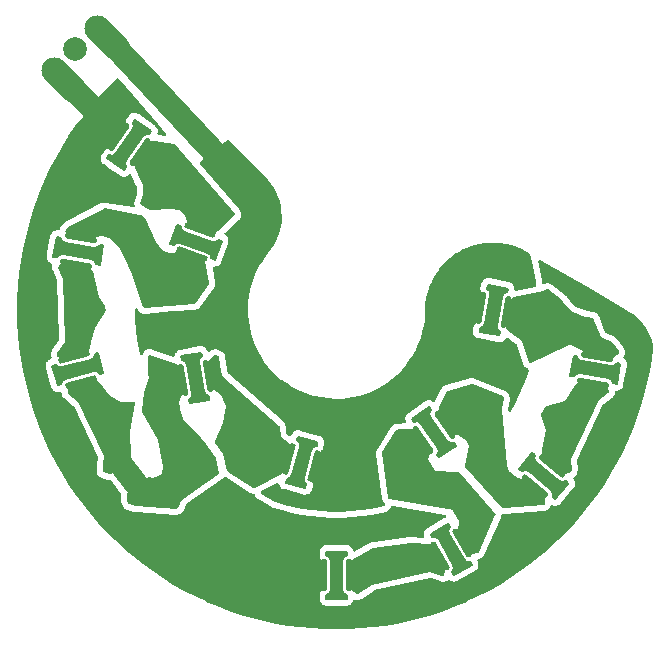
<source format=gbr>
%TF.GenerationSoftware,KiCad,Pcbnew,7.0.1*%
%TF.CreationDate,2023-12-14T16:50:50+01:00*%
%TF.ProjectId,led-ring-v2-cut,6c65642d-7269-46e6-972d-76322d637574,rev?*%
%TF.SameCoordinates,Original*%
%TF.FileFunction,Copper,L1,Top*%
%TF.FilePolarity,Positive*%
%FSLAX46Y46*%
G04 Gerber Fmt 4.6, Leading zero omitted, Abs format (unit mm)*
G04 Created by KiCad (PCBNEW 7.0.1) date 2023-12-14 16:50:50*
%MOMM*%
%LPD*%
G01*
G04 APERTURE LIST*
G04 Aperture macros list*
%AMRoundRect*
0 Rectangle with rounded corners*
0 $1 Rounding radius*
0 $2 $3 $4 $5 $6 $7 $8 $9 X,Y pos of 4 corners*
0 Add a 4 corners polygon primitive as box body*
4,1,4,$2,$3,$4,$5,$6,$7,$8,$9,$2,$3,0*
0 Add four circle primitives for the rounded corners*
1,1,$1+$1,$2,$3*
1,1,$1+$1,$4,$5*
1,1,$1+$1,$6,$7*
1,1,$1+$1,$8,$9*
0 Add four rect primitives between the rounded corners*
20,1,$1+$1,$2,$3,$4,$5,0*
20,1,$1+$1,$4,$5,$6,$7,0*
20,1,$1+$1,$6,$7,$8,$9,0*
20,1,$1+$1,$8,$9,$2,$3,0*%
%AMHorizOval*
0 Thick line with rounded ends*
0 $1 width*
0 $2 $3 position (X,Y) of the first rounded end (center of the circle)*
0 $4 $5 position (X,Y) of the second rounded end (center of the circle)*
0 Add line between two ends*
20,1,$1,$2,$3,$4,$5,0*
0 Add two circle primitives to create the rounded ends*
1,1,$1,$2,$3*
1,1,$1,$4,$5*%
%AMOutline5P*
0 Free polygon, 5 corners , with rotation*
0 The origin of the aperture is its center*
0 number of corners: always 5*
0 $1 to $10 corner X, Y*
0 $11 Rotation angle, in degrees counterclockwise*
0 create outline with 5 corners*
4,1,5,$1,$2,$3,$4,$5,$6,$7,$8,$9,$10,$1,$2,$11*%
%AMOutline6P*
0 Free polygon, 6 corners , with rotation*
0 The origin of the aperture is its center*
0 number of corners: always 6*
0 $1 to $12 corner X, Y*
0 $13 Rotation angle, in degrees counterclockwise*
0 create outline with 6 corners*
4,1,6,$1,$2,$3,$4,$5,$6,$7,$8,$9,$10,$11,$12,$1,$2,$13*%
%AMOutline7P*
0 Free polygon, 7 corners , with rotation*
0 The origin of the aperture is its center*
0 number of corners: always 7*
0 $1 to $14 corner X, Y*
0 $15 Rotation angle, in degrees counterclockwise*
0 create outline with 7 corners*
4,1,7,$1,$2,$3,$4,$5,$6,$7,$8,$9,$10,$11,$12,$13,$14,$1,$2,$15*%
%AMOutline8P*
0 Free polygon, 8 corners , with rotation*
0 The origin of the aperture is its center*
0 number of corners: always 8*
0 $1 to $16 corner X, Y*
0 $17 Rotation angle, in degrees counterclockwise*
0 create outline with 8 corners*
4,1,8,$1,$2,$3,$4,$5,$6,$7,$8,$9,$10,$11,$12,$13,$14,$15,$16,$1,$2,$17*%
G04 Aperture macros list end*
%TA.AperFunction,EtchedComponent*%
%ADD10C,0.150000*%
%TD*%
%TA.AperFunction,SMDPad,CuDef*%
%ADD11C,1.000000*%
%TD*%
%TA.AperFunction,SMDPad,CuDef*%
%ADD12RoundRect,0.125000X-0.125000X1.225000X-0.125000X-1.225000X0.125000X-1.225000X0.125000X1.225000X0*%
%TD*%
%TA.AperFunction,SMDPad,CuDef*%
%ADD13Outline5P,-1.350000X0.500000X1.350000X0.500000X1.350000X-0.500000X-1.050000X-0.500000X-1.350000X-0.200000X270.000000*%
%TD*%
%TA.AperFunction,SMDPad,CuDef*%
%ADD14RoundRect,0.125000X0.600237X1.075158X-0.805025X-0.931764X-0.600237X-1.075158X0.805025X0.931764X0*%
%TD*%
%TA.AperFunction,SMDPad,CuDef*%
%ADD15Outline5P,-1.350000X0.500000X1.350000X0.500000X1.350000X-0.500000X-1.050000X-0.500000X-1.350000X-0.200000X235.000000*%
%TD*%
%TA.AperFunction,SMDPad,CuDef*%
%ADD16RoundRect,0.125000X-1.018753X0.691659X0.858056X-0.883170X1.018753X-0.691659X-0.858056X0.883170X0*%
%TD*%
%TA.AperFunction,SMDPad,CuDef*%
%ADD17Outline5P,-1.350000X0.500000X1.350000X0.500000X1.350000X-0.500000X-1.050000X-0.500000X-1.350000X-0.200000X320.000000*%
%TD*%
%TA.AperFunction,SMDPad,CuDef*%
%ADD18RoundRect,0.125000X-0.720753X0.998381X0.504247X-1.123381X0.720753X-0.998381X-0.504247X1.123381X0*%
%TD*%
%TA.AperFunction,SMDPad,CuDef*%
%ADD19Outline5P,-1.350000X0.500000X1.350000X0.500000X1.350000X-0.500000X-1.050000X-0.500000X-1.350000X-0.200000X300.000000*%
%TD*%
%TA.AperFunction,SMDPad,CuDef*%
%ADD20RoundRect,0.125000X1.228096X-0.089618X-1.184683X0.335820X-1.228096X0.089618X1.184683X-0.335820X0*%
%TD*%
%TA.AperFunction,SMDPad,CuDef*%
%ADD21Outline5P,-1.350000X0.500000X1.350000X0.500000X1.350000X-0.500000X-1.050000X-0.500000X-1.350000X-0.200000X170.000000*%
%TD*%
%TA.AperFunction,SMDPad,CuDef*%
%ADD22RoundRect,0.125000X1.150907X0.437794X-1.215612X-0.196313X-1.150907X-0.437794X1.215612X0.196313X0*%
%TD*%
%TA.AperFunction,SMDPad,CuDef*%
%ADD23Outline5P,-1.350000X0.500000X1.350000X0.500000X1.350000X-0.500000X-1.050000X-0.500000X-1.350000X-0.200000X195.000000*%
%TD*%
%TA.AperFunction,SMDPad,CuDef*%
%ADD24RoundRect,0.125000X0.196313X1.215612X-0.437794X-1.150907X-0.196313X-1.215612X0.437794X1.150907X0*%
%TD*%
%TA.AperFunction,SMDPad,CuDef*%
%ADD25Outline5P,-1.350000X0.500000X1.350000X0.500000X1.350000X-0.500000X-1.050000X-0.500000X-1.350000X-0.200000X255.000000*%
%TD*%
%TA.AperFunction,SMDPad,CuDef*%
%ADD26RoundRect,0.125000X-0.335820X1.184683X0.089618X-1.228096X0.335820X-1.184683X-0.089618X1.228096X0*%
%TD*%
%TA.AperFunction,SMDPad,CuDef*%
%ADD27Outline5P,-1.350000X0.500000X1.350000X0.500000X1.350000X-0.500000X-1.050000X-0.500000X-1.350000X-0.200000X280.000000*%
%TD*%
%TA.AperFunction,SMDPad,CuDef*%
%ADD28RoundRect,0.125000X-0.805025X0.931764X0.600237X-1.075158X0.805025X-0.931764X-0.600237X1.075158X0*%
%TD*%
%TA.AperFunction,SMDPad,CuDef*%
%ADD29Outline5P,-1.350000X0.500000X1.350000X0.500000X1.350000X-0.500000X-1.050000X-0.500000X-1.350000X-0.200000X305.000000*%
%TD*%
%TA.AperFunction,SMDPad,CuDef*%
%ADD30RoundRect,0.125000X-0.089618X-1.228096X0.335820X1.184683X0.089618X1.228096X-0.335820X-1.184683X0*%
%TD*%
%TA.AperFunction,SMDPad,CuDef*%
%ADD31Outline5P,-1.350000X0.500000X1.350000X0.500000X1.350000X-0.500000X-1.050000X-0.500000X-1.350000X-0.200000X80.000000*%
%TD*%
%TA.AperFunction,SMDPad,CuDef*%
%ADD32RoundRect,0.125000X-1.228096X0.089618X1.184683X-0.335820X1.228096X-0.089618X-1.184683X0.335820X0*%
%TD*%
%TA.AperFunction,SMDPad,CuDef*%
%ADD33Outline5P,-1.350000X0.500000X1.350000X0.500000X1.350000X-0.500000X-1.050000X-0.500000X-1.350000X-0.200000X350.000000*%
%TD*%
%TA.AperFunction,SMDPad,CuDef*%
%ADD34RoundRect,0.125000X1.193876X-0.301513X-1.108371X0.536436X-1.193876X0.301513X1.108371X-0.536436X0*%
%TD*%
%TA.AperFunction,SMDPad,CuDef*%
%ADD35Outline5P,-1.350000X0.500000X1.350000X0.500000X1.350000X-0.500000X-1.050000X-0.500000X-1.350000X-0.200000X160.000000*%
%TD*%
%TA.AperFunction,SMDPad,CuDef*%
%ADD36HorizOval,2.200000X0.813173X-0.813173X-0.813173X0.813173X0*%
%TD*%
%TA.AperFunction,SMDPad,CuDef*%
%ADD37HorizOval,2.000000X0.000000X0.000000X0.000000X0.000000X0*%
%TD*%
%TA.AperFunction,Conductor*%
%ADD38C,0.200000*%
%TD*%
%TA.AperFunction,Conductor*%
%ADD39C,2.000000*%
%TD*%
G04 APERTURE END LIST*
%TO.C,D6*%
D10*
X850000Y-20750000D02*
X600000Y-20900000D01*
X500000Y-21200000D01*
X500000Y-23700000D01*
X600000Y-24000000D01*
X850000Y-24150000D01*
X850000Y-24450000D01*
X-850000Y-24450000D01*
X-850000Y-24150000D01*
X-600000Y-24000000D01*
X-500000Y-23700000D01*
X-500000Y-21200000D01*
X-600000Y-20900000D01*
X-850000Y-20750000D01*
X-850000Y-20450000D01*
X850000Y-20450000D01*
X850000Y-20750000D01*
%TA.AperFunction,EtchedComponent*%
G36*
X850000Y-20750000D02*
G01*
X600000Y-20900000D01*
X500000Y-21200000D01*
X500000Y-23700000D01*
X600000Y-24000000D01*
X850000Y-24150000D01*
X850000Y-24450000D01*
X-850000Y-24450000D01*
X-850000Y-24150000D01*
X-600000Y-24000000D01*
X-500000Y-23700000D01*
X-500000Y-21200000D01*
X-600000Y-20900000D01*
X-850000Y-20750000D01*
X-850000Y-20450000D01*
X850000Y-20450000D01*
X850000Y-20750000D01*
G37*
%TD.AperFunction*%
%TO.C,D14*%
X-15706568Y15150764D02*
X-15878641Y14905019D01*
X-16169465Y14925540D01*
X-16423453Y14737152D01*
X-17857395Y12689272D01*
X-17947552Y12386168D01*
X-17828801Y12119902D01*
X-18000874Y11874156D01*
X-19393432Y12849236D01*
X-19221359Y13094981D01*
X-18930535Y13074460D01*
X-18676547Y13262848D01*
X-17242605Y15310728D01*
X-17152448Y15613832D01*
X-17271199Y15880098D01*
X-17099126Y16125844D01*
X-15706568Y15150764D01*
%TA.AperFunction,EtchedComponent*%
G36*
X-15706568Y15150764D02*
G01*
X-15878641Y14905019D01*
X-16169465Y14925540D01*
X-16423453Y14737152D01*
X-17857395Y12689272D01*
X-17947552Y12386168D01*
X-17828801Y12119902D01*
X-18000874Y11874156D01*
X-19393432Y12849236D01*
X-19221359Y13094981D01*
X-18930535Y13074460D01*
X-18676547Y13262848D01*
X-17242605Y15310728D01*
X-17152448Y15613832D01*
X-17271199Y15880098D01*
X-17099126Y16125844D01*
X-15706568Y15150764D01*
G37*
%TD.AperFunction*%
%TO.C,D3*%
X16794094Y-12306123D02*
X16748304Y-12594053D01*
X16913838Y-12863493D01*
X18828949Y-14470462D01*
X19123041Y-14586694D01*
X19398645Y-14491601D01*
X19628458Y-14684437D01*
X18535719Y-15986713D01*
X18305906Y-15793877D01*
X18351696Y-15505947D01*
X18186162Y-15236507D01*
X16271051Y-13629538D01*
X15976959Y-13513306D01*
X15701355Y-13608399D01*
X15471542Y-13415563D01*
X16564281Y-12113287D01*
X16794094Y-12306123D01*
%TA.AperFunction,EtchedComponent*%
G36*
X16794094Y-12306123D02*
G01*
X16748304Y-12594053D01*
X16913838Y-12863493D01*
X18828949Y-14470462D01*
X19123041Y-14586694D01*
X19398645Y-14491601D01*
X19628458Y-14684437D01*
X18535719Y-15986713D01*
X18305906Y-15793877D01*
X18351696Y-15505947D01*
X18186162Y-15236507D01*
X16271051Y-13629538D01*
X15976959Y-13513306D01*
X15701355Y-13608399D01*
X15471542Y-13415563D01*
X16564281Y-12113287D01*
X16794094Y-12306123D01*
G37*
%TD.AperFunction*%
%TO.C,D5*%
X9586122Y-18352757D02*
X9444615Y-18607661D01*
X9508013Y-18917468D01*
X10758013Y-21082532D01*
X10994615Y-21292339D01*
X11286122Y-21297243D01*
X11436122Y-21557051D01*
X9963878Y-22407051D01*
X9813878Y-22147243D01*
X9955385Y-21892339D01*
X9891987Y-21582532D01*
X8641987Y-19417468D01*
X8405385Y-19207661D01*
X8113878Y-19202757D01*
X7963878Y-18942949D01*
X9436122Y-18092949D01*
X9586122Y-18352757D01*
%TA.AperFunction,EtchedComponent*%
G36*
X9586122Y-18352757D02*
G01*
X9444615Y-18607661D01*
X9508013Y-18917468D01*
X10758013Y-21082532D01*
X10994615Y-21292339D01*
X11286122Y-21297243D01*
X11436122Y-21557051D01*
X9963878Y-22407051D01*
X9813878Y-22147243D01*
X9955385Y-21892339D01*
X9891987Y-21582532D01*
X8641987Y-19417468D01*
X8405385Y-19207661D01*
X8113878Y-19202757D01*
X7963878Y-18942949D01*
X9436122Y-18092949D01*
X9586122Y-18352757D01*
G37*
%TD.AperFunction*%
%TO.C,D12*%
X-23376572Y6132288D02*
X-23272263Y5860039D01*
X-22994186Y5709464D01*
X-20532166Y5275344D01*
X-20219359Y5321730D01*
X-20028226Y5541885D01*
X-19732784Y5489790D01*
X-20027985Y3815617D01*
X-20323428Y3867712D01*
X-20427737Y4139961D01*
X-20705814Y4290536D01*
X-23167834Y4724656D01*
X-23480641Y4678270D01*
X-23671774Y4458115D01*
X-23967216Y4510210D01*
X-23672015Y6184383D01*
X-23376572Y6132288D01*
%TA.AperFunction,EtchedComponent*%
G36*
X-23376572Y6132288D02*
G01*
X-23272263Y5860039D01*
X-22994186Y5709464D01*
X-20532166Y5275344D01*
X-20219359Y5321730D01*
X-20028226Y5541885D01*
X-19732784Y5489790D01*
X-20027985Y3815617D01*
X-20323428Y3867712D01*
X-20427737Y4139961D01*
X-20705814Y4290536D01*
X-23167834Y4724656D01*
X-23480641Y4678270D01*
X-23671774Y4458115D01*
X-23967216Y4510210D01*
X-23672015Y6184383D01*
X-23376572Y6132288D01*
G37*
%TD.AperFunction*%
%TO.C,D11*%
X-19748152Y-5303399D02*
X-20037930Y-5381045D01*
X-20247524Y-5178386D01*
X-20563183Y-5159439D01*
X-22977998Y-5806487D01*
X-23241894Y-5980725D01*
X-23322078Y-6261029D01*
X-23611855Y-6338675D01*
X-24051848Y-4696601D01*
X-23762070Y-4618955D01*
X-23552476Y-4821614D01*
X-23236817Y-4840561D01*
X-20822002Y-4193513D01*
X-20558106Y-4019275D01*
X-20477922Y-3738971D01*
X-20188145Y-3661325D01*
X-19748152Y-5303399D01*
%TA.AperFunction,EtchedComponent*%
G36*
X-19748152Y-5303399D02*
G01*
X-20037930Y-5381045D01*
X-20247524Y-5178386D01*
X-20563183Y-5159439D01*
X-22977998Y-5806487D01*
X-23241894Y-5980725D01*
X-23322078Y-6261029D01*
X-23611855Y-6338675D01*
X-24051848Y-4696601D01*
X-23762070Y-4618955D01*
X-23552476Y-4821614D01*
X-23236817Y-4840561D01*
X-20822002Y-4193513D01*
X-20558106Y-4019275D01*
X-20477922Y-3738971D01*
X-20188145Y-3661325D01*
X-19748152Y-5303399D01*
G37*
%TD.AperFunction*%
%TO.C,D8*%
X-1611325Y-11188145D02*
X-1688971Y-11477922D01*
X-1969275Y-11558106D01*
X-2143513Y-11822002D01*
X-2790561Y-14236817D01*
X-2771614Y-14552476D01*
X-2568955Y-14762070D01*
X-2646601Y-15051848D01*
X-4288675Y-14611855D01*
X-4211029Y-14322078D01*
X-3930725Y-14241894D01*
X-3756487Y-13977998D01*
X-3109439Y-11563183D01*
X-3128386Y-11247524D01*
X-3331045Y-11037930D01*
X-3253399Y-10748152D01*
X-1611325Y-11188145D01*
%TA.AperFunction,EtchedComponent*%
G36*
X-1611325Y-11188145D02*
G01*
X-1688971Y-11477922D01*
X-1969275Y-11558106D01*
X-2143513Y-11822002D01*
X-2790561Y-14236817D01*
X-2771614Y-14552476D01*
X-2568955Y-14762070D01*
X-2646601Y-15051848D01*
X-4288675Y-14611855D01*
X-4211029Y-14322078D01*
X-3930725Y-14241894D01*
X-3756487Y-13977998D01*
X-3109439Y-11563183D01*
X-3128386Y-11247524D01*
X-3331045Y-11037930D01*
X-3253399Y-10748152D01*
X-1611325Y-11188145D01*
G37*
%TD.AperFunction*%
%TO.C,D9*%
X-11408115Y-3928226D02*
X-11628270Y-4119359D01*
X-11674656Y-4432166D01*
X-11240536Y-6894186D01*
X-11089961Y-7172263D01*
X-10817712Y-7276572D01*
X-10765617Y-7572015D01*
X-12439790Y-7867216D01*
X-12491885Y-7571774D01*
X-12271730Y-7380641D01*
X-12225344Y-7067834D01*
X-12659464Y-4605814D01*
X-12810039Y-4327737D01*
X-13082288Y-4223428D01*
X-13134383Y-3927985D01*
X-11460210Y-3632784D01*
X-11408115Y-3928226D01*
%TA.AperFunction,EtchedComponent*%
G36*
X-11408115Y-3928226D02*
G01*
X-11628270Y-4119359D01*
X-11674656Y-4432166D01*
X-11240536Y-6894186D01*
X-11089961Y-7172263D01*
X-10817712Y-7276572D01*
X-10765617Y-7572015D01*
X-12439790Y-7867216D01*
X-12491885Y-7571774D01*
X-12271730Y-7380641D01*
X-12225344Y-7067834D01*
X-12659464Y-4605814D01*
X-12810039Y-4327737D01*
X-13082288Y-4223428D01*
X-13134383Y-3927985D01*
X-11460210Y-3632784D01*
X-11408115Y-3928226D01*
G37*
%TD.AperFunction*%
%TO.C,D4*%
X7971199Y-8469902D02*
X7852448Y-8736168D01*
X7942605Y-9039272D01*
X9376547Y-11087152D01*
X9630535Y-11275540D01*
X9921359Y-11255019D01*
X10093432Y-11500764D01*
X8700874Y-12475844D01*
X8528801Y-12230098D01*
X8647552Y-11963832D01*
X8557395Y-11660728D01*
X7123453Y-9612848D01*
X6869465Y-9424460D01*
X6578641Y-9444981D01*
X6406568Y-9199236D01*
X7799126Y-8224156D01*
X7971199Y-8469902D01*
%TA.AperFunction,EtchedComponent*%
G36*
X7971199Y-8469902D02*
G01*
X7852448Y-8736168D01*
X7942605Y-9039272D01*
X9376547Y-11087152D01*
X9630535Y-11275540D01*
X9921359Y-11255019D01*
X10093432Y-11500764D01*
X8700874Y-12475844D01*
X8528801Y-12230098D01*
X8647552Y-11963832D01*
X8557395Y-11660728D01*
X7123453Y-9612848D01*
X6869465Y-9424460D01*
X6578641Y-9444981D01*
X6406568Y-9199236D01*
X7799126Y-8224156D01*
X7971199Y-8469902D01*
G37*
%TD.AperFunction*%
%TO.C,D1*%
X14484383Y1822015D02*
X14432288Y1526572D01*
X14160039Y1422263D01*
X14009464Y1144186D01*
X13575344Y-1317834D01*
X13621730Y-1630641D01*
X13841885Y-1821774D01*
X13789790Y-2117216D01*
X12115617Y-1822015D01*
X12167712Y-1526572D01*
X12439961Y-1422263D01*
X12590536Y-1144186D01*
X13024656Y1317834D01*
X12978270Y1630641D01*
X12758115Y1821774D01*
X12810210Y2117216D01*
X14484383Y1822015D01*
%TA.AperFunction,EtchedComponent*%
G36*
X14484383Y1822015D02*
G01*
X14432288Y1526572D01*
X14160039Y1422263D01*
X14009464Y1144186D01*
X13575344Y-1317834D01*
X13621730Y-1630641D01*
X13841885Y-1821774D01*
X13789790Y-2117216D01*
X12115617Y-1822015D01*
X12167712Y-1526572D01*
X12439961Y-1422263D01*
X12590536Y-1144186D01*
X13024656Y1317834D01*
X12978270Y1630641D01*
X12758115Y1821774D01*
X12810210Y2117216D01*
X14484383Y1822015D01*
G37*
%TD.AperFunction*%
%TO.C,D2*%
X20373428Y-3917712D02*
X20477737Y-4189961D01*
X20755814Y-4340536D01*
X23217834Y-4774656D01*
X23530641Y-4728270D01*
X23721774Y-4508115D01*
X24017216Y-4560210D01*
X23722015Y-6234383D01*
X23426572Y-6182288D01*
X23322263Y-5910039D01*
X23044186Y-5759464D01*
X20582166Y-5325344D01*
X20269359Y-5371730D01*
X20078226Y-5591885D01*
X19782784Y-5539790D01*
X20077985Y-3865617D01*
X20373428Y-3917712D01*
%TA.AperFunction,EtchedComponent*%
G36*
X20373428Y-3917712D02*
G01*
X20477737Y-4189961D01*
X20755814Y-4340536D01*
X23217834Y-4774656D01*
X23530641Y-4728270D01*
X23721774Y-4508115D01*
X24017216Y-4560210D01*
X23722015Y-6234383D01*
X23426572Y-6182288D01*
X23322263Y-5910039D01*
X23044186Y-5759464D01*
X20582166Y-5325344D01*
X20269359Y-5371730D01*
X20078226Y-5591885D01*
X19782784Y-5539790D01*
X20077985Y-3865617D01*
X20373428Y-3917712D01*
G37*
%TD.AperFunction*%
%TO.C,D13*%
X-13206760Y7130173D02*
X-13151311Y6843947D01*
X-12903606Y6647371D01*
X-10554374Y5792321D01*
X-10238264Y5783684D01*
X-10011805Y5967304D01*
X-9729898Y5864698D01*
X-10311332Y4267221D01*
X-10593240Y4369827D01*
X-10648689Y4656053D01*
X-10896394Y4852629D01*
X-13245626Y5707679D01*
X-13561736Y5716316D01*
X-13788195Y5532696D01*
X-14070102Y5635302D01*
X-13488668Y7232779D01*
X-13206760Y7130173D01*
%TA.AperFunction,EtchedComponent*%
G36*
X-13206760Y7130173D02*
G01*
X-13151311Y6843947D01*
X-12903606Y6647371D01*
X-10554374Y5792321D01*
X-10238264Y5783684D01*
X-10011805Y5967304D01*
X-9729898Y5864698D01*
X-10311332Y4267221D01*
X-10593240Y4369827D01*
X-10648689Y4656053D01*
X-10896394Y4852629D01*
X-13245626Y5707679D01*
X-13561736Y5716316D01*
X-13788195Y5532696D01*
X-14070102Y5635302D01*
X-13488668Y7232779D01*
X-13206760Y7130173D01*
G37*
%TD.AperFunction*%
%TD*%
D11*
%TO.P,TP6,1,1*%
%TO.N,-VDC*%
X-4250000Y-18540000D03*
%TD*%
%TO.P,TP4,1,1*%
%TO.N,Net-(D4-K)*%
X5080000Y-15290000D03*
%TD*%
D12*
%TO.P,D6,1,K*%
%TO.N,-VDC*%
X-1100000Y-22450000D03*
%TO.P,D6,2,A*%
%TO.N,Net-(D5-K)*%
X1100000Y-22450000D03*
D13*
%TO.P,D6,3,PAD*%
%TO.N,unconnected-(D6-PAD-Pad3)*%
X0Y-22450000D03*
%TD*%
D14*
%TO.P,D14,1,K*%
%TO.N,-VDC*%
X-18451067Y14630934D03*
%TO.P,D14,2,A*%
%TO.N,Net-(D13-K)*%
X-16648933Y13369066D03*
D15*
%TO.P,D14,3,PAD*%
%TO.N,unconnected-(D14-PAD-Pad3)*%
X-17550000Y14000000D03*
%TD*%
D16*
%TO.P,D3,1,K*%
%TO.N,Net-(D3-K)*%
X16842934Y-14892649D03*
%TO.P,D3,2,A*%
%TO.N,Net-(D2-K)*%
X18257066Y-13207351D03*
D17*
%TO.P,D3,3,PAD*%
%TO.N,unconnected-(D3-PAD-Pad3)*%
X17550000Y-14050000D03*
%TD*%
D11*
%TO.P,TP2,1,1*%
%TO.N,Net-(D2-K)*%
X18090000Y-8810000D03*
%TD*%
%TO.P,TP11,1,1*%
%TO.N,Net-(D12-K)*%
X-15740000Y1260000D03*
%TD*%
D18*
%TO.P,D5,1,K*%
%TO.N,Net-(D5-K)*%
X8747372Y-20800000D03*
%TO.P,D5,2,A*%
%TO.N,Net-(D4-K)*%
X10652628Y-19700000D03*
D19*
%TO.P,D5,3,PAD*%
%TO.N,unconnected-(D5-PAD-Pad3)*%
X9700000Y-20250000D03*
%TD*%
D11*
%TO.P,TP12,1,1*%
%TO.N,Net-(D13-K)*%
X-12340000Y11440000D03*
%TD*%
D20*
%TO.P,D12,1,K*%
%TO.N,Net-(D12-K)*%
X-21658987Y6083289D03*
%TO.P,D12,2,A*%
%TO.N,Net-(D11-K)*%
X-22041013Y3916711D03*
D21*
%TO.P,D12,3,PAD*%
%TO.N,unconnected-(D12-PAD-Pad3)*%
X-21850000Y5000000D03*
%TD*%
D11*
%TO.P,TP5,1,1*%
%TO.N,Net-(D5-K)*%
X4670000Y-20590000D03*
%TD*%
D22*
%TO.P,D11,1,K*%
%TO.N,Net-(D11-K)*%
X-22184701Y-3937482D03*
%TO.P,D11,2,A*%
%TO.N,Net-(D11-A)*%
X-21615299Y-6062518D03*
D23*
%TO.P,D11,3,PAD*%
%TO.N,unconnected-(D11-PAD-Pad3)*%
X-21900000Y-5000000D03*
%TD*%
D24*
%TO.P,D8,1,K*%
%TO.N,Net-(D8-K)*%
X-4012518Y-12615299D03*
%TO.P,D8,2,A*%
%TO.N,+VDC*%
X-1887482Y-13184701D03*
D25*
%TO.P,D8,3,PAD*%
%TO.N,unconnected-(D8-PAD-Pad3)*%
X-2950000Y-12900000D03*
%TD*%
D11*
%TO.P,TP3,1,1*%
%TO.N,Net-(D3-K)*%
X13380000Y-7820000D03*
%TD*%
%TO.P,TP8,1,1*%
%TO.N,Net-(D11-A)*%
X-11880000Y-11870000D03*
%TD*%
%TO.P,TP7,1,1*%
%TO.N,Net-(D8-K)*%
X-8720000Y-10900000D03*
%TD*%
%TO.P,TP10,1,1*%
%TO.N,Net-(D11-K)*%
X-20060000Y40000D03*
%TD*%
%TO.P,TP9,1,1*%
%TO.N,Net-(D11-A)*%
X-17780000Y-8490000D03*
%TD*%
D26*
%TO.P,D9,1,K*%
%TO.N,Net-(D11-A)*%
X-13033289Y-5941013D03*
%TO.P,D9,2,A*%
%TO.N,Net-(D8-K)*%
X-10866711Y-5558987D03*
D27*
%TO.P,D9,3,PAD*%
%TO.N,unconnected-(D9-PAD-Pad3)*%
X-11950000Y-5750000D03*
%TD*%
D28*
%TO.P,D4,1,K*%
%TO.N,Net-(D4-K)*%
X7348933Y-10980934D03*
%TO.P,D4,2,A*%
%TO.N,Net-(D3-K)*%
X9151067Y-9719066D03*
D29*
%TO.P,D4,3,PAD*%
%TO.N,unconnected-(D4-PAD-Pad3)*%
X8250000Y-10350000D03*
%TD*%
D30*
%TO.P,D1,1,K*%
%TO.N,Net-(D1-K)*%
X14383289Y-191013D03*
%TO.P,D1,2,A*%
%TO.N,+VDC*%
X12216711Y191013D03*
D31*
%TO.P,D1,3,PAD*%
%TO.N,unconnected-(D1-PAD-Pad3)*%
X13300000Y0D03*
%TD*%
D32*
%TO.P,D2,1,K*%
%TO.N,Net-(D2-K)*%
X21708987Y-6133289D03*
%TO.P,D2,2,A*%
%TO.N,Net-(D1-K)*%
X22091013Y-3966711D03*
D33*
%TO.P,D2,3,PAD*%
%TO.N,unconnected-(D2-PAD-Pad3)*%
X21900000Y-5050000D03*
%TD*%
D11*
%TO.P,TP1,1,1*%
%TO.N,Net-(D1-K)*%
X18920000Y-110000D03*
%TD*%
D34*
%TO.P,D13,1,K*%
%TO.N,Net-(D13-K)*%
X-11523778Y6783662D03*
%TO.P,D13,2,A*%
%TO.N,Net-(D12-K)*%
X-12276222Y4716338D03*
D35*
%TO.P,D13,3,PAD*%
%TO.N,unconnected-(D13-PAD-Pad3)*%
X-11900000Y5750000D03*
%TD*%
D36*
%TO.P,J1,1,Pin_1*%
%TO.N,+VDC*%
X-19440000Y23040000D03*
%TO.P,J1,2,Pin_2*%
%TO.N,-VDC*%
X-23032102Y19447898D03*
D37*
%TO.P,J1,3,Pin_3*%
%TO.N,unconnected-(J1-Pin_3-Pad3)*%
X-22134077Y22141975D03*
%TD*%
D38*
%TO.N,+VDC*%
X-2750000Y-9000000D02*
X-600000Y-9400000D01*
X-8000000Y4850000D02*
X-8350000Y-4650000D01*
D39*
X-19440000Y23040000D02*
X-6800000Y9590000D01*
D38*
X-6800000Y9590000D02*
X-8000000Y4850000D01*
X-8350000Y-4650000D02*
X-2750000Y-9000000D01*
%TO.N,-VDC*%
X50000Y-25950000D02*
X-11000000Y-23100000D01*
X20250000Y-16100000D02*
X11400000Y-23150000D01*
X25100000Y-5450000D02*
X20250000Y-16100000D01*
X25410000Y-1910000D02*
X25100000Y-5450000D01*
X11400000Y-23150000D02*
X50000Y-25950000D01*
D39*
X-9200000Y-19152145D02*
X-10215254Y-21264746D01*
D38*
X-10215254Y-21264746D02*
X-11000000Y-23100000D01*
X-10164880Y-21146939D02*
X-10215254Y-21264746D01*
X-9200000Y-19152145D02*
X-7200000Y-19100000D01*
X-9235120Y-19153061D02*
X-9200000Y-19152145D01*
D39*
%TO.N,Net-(D11-A)*%
X-18350325Y-12960325D02*
X-17010000Y-14690000D01*
D38*
X-18350325Y-12960325D02*
X-18257066Y-13157351D01*
X-21615299Y-6062518D02*
X-18350325Y-12960325D01*
X-16842934Y-14842649D02*
X-14700000Y-13950000D01*
%TO.N,Net-(D1-K)*%
X20400000Y-3100000D02*
X14383289Y-191013D01*
X22091013Y-3966711D02*
X20400000Y-3100000D01*
%TO.N,+VDC*%
X-1887482Y-13184701D02*
X-900000Y-11650000D01*
X6100000Y-7500000D02*
X10000000Y150000D01*
X-600000Y-9400000D02*
X6100000Y-7500000D01*
X10000000Y150000D02*
X12216711Y191013D01*
X-900000Y-11650000D02*
X-600000Y-9400000D01*
%TO.N,Net-(D2-K)*%
X18257066Y-13207351D02*
X21708987Y-6133289D01*
%TO.N,Net-(D3-K)*%
X15200000Y-14250000D02*
X16842934Y-14892649D01*
X10750000Y-10750000D02*
X15200000Y-14250000D01*
X9151067Y-9719066D02*
X10750000Y-10750000D01*
%TO.N,Net-(D4-K)*%
X10450000Y-17850000D02*
X7500000Y-12800000D01*
X7500000Y-12800000D02*
X7348933Y-10980934D01*
X10652628Y-19700000D02*
X10450000Y-17850000D01*
%TO.N,Net-(D5-K)*%
X1100000Y-22450000D02*
X8747372Y-20800000D01*
%TO.N,-VDC*%
X-7200000Y-19100000D02*
X-1100000Y-22450000D01*
X-20250000Y-16100000D02*
X-24950000Y-5650000D01*
X-24950000Y-5650000D02*
X-24982287Y1550000D01*
X-11000000Y-23100000D02*
X-20250000Y-16100000D01*
X-24800000Y5550000D02*
X-20050000Y15950000D01*
X-24982287Y1550000D02*
X-24800000Y5550000D01*
X-18451067Y14630934D02*
X-20050000Y15950000D01*
D39*
X-23032102Y19447898D02*
X-20180000Y16700000D01*
D38*
%TO.N,Net-(D8-K)*%
X-10866711Y-5558987D02*
X-4012518Y-12615299D01*
%TO.N,Net-(D11-A)*%
X-14700000Y-13950000D02*
X-13033289Y-5941013D01*
%TO.N,Net-(D11-K)*%
X-22041013Y3916711D02*
X-22184701Y-3937482D01*
%TO.N,Net-(D12-K)*%
X-19840000Y6390000D02*
X-14090000Y4730000D01*
X-14090000Y4730000D02*
X-12276222Y4716338D01*
X-21658987Y6083289D02*
X-19840000Y6390000D01*
%TO.N,Net-(D13-K)*%
X-16648933Y13369066D02*
X-11523778Y6783662D01*
%TD*%
%TA.AperFunction,Conductor*%
%TO.N,Net-(D13-K)*%
G36*
X-15335531Y14347745D02*
G01*
X-13751531Y14100887D01*
X-13710429Y14086775D01*
X-13676720Y14059347D01*
X-13339554Y13668372D01*
X-8951480Y8580000D01*
X-8621213Y8197026D01*
X-8593588Y8140673D01*
X-8597095Y8078011D01*
X-8630833Y8025094D01*
X-10045280Y6714373D01*
X-10055152Y6706135D01*
X-10395326Y6451004D01*
X-10452450Y6427415D01*
X-10513865Y6434329D01*
X-12495346Y7189179D01*
X-12540559Y7219082D01*
X-12568695Y7265417D01*
X-12829999Y8040000D01*
X-12830000Y8040001D01*
X-13349999Y8449999D01*
X-13350000Y8450000D01*
X-13900000Y8580000D01*
X-13900000Y8579999D01*
X-13900001Y8580000D01*
X-13997873Y8574273D01*
X-15741790Y8472235D01*
X-15778621Y8475606D01*
X-15812821Y8489693D01*
X-16549450Y8931670D01*
X-16588122Y8968170D01*
X-16607948Y9017513D01*
X-16605283Y9070624D01*
X-16420000Y9750000D01*
X-16420000Y10630000D01*
X-16828636Y11477173D01*
X-16831212Y11482876D01*
X-17233031Y12436028D01*
X-17242000Y12497986D01*
X-17219558Y12556429D01*
X-16003500Y14253255D01*
X-15963755Y14288956D01*
X-15912679Y14304622D01*
X-15364593Y14348823D01*
X-15335531Y14347745D01*
G37*
%TD.AperFunction*%
%TD*%
%TA.AperFunction,Conductor*%
%TO.N,Net-(D11-K)*%
G36*
X-21007595Y3759369D02*
G01*
X-20962103Y3741578D01*
X-20927013Y3707600D01*
X-20672425Y3338037D01*
X-20654506Y3298797D01*
X-20090000Y1120000D01*
X-20089999Y1119997D01*
X-19581027Y361342D01*
X-19565373Y328365D01*
X-19560000Y292259D01*
X-19560000Y102294D01*
X-19560084Y97705D01*
X-19568765Y-136673D01*
X-19587784Y-198210D01*
X-20440000Y-1550000D01*
X-20753251Y-2660000D01*
X-20897473Y-3171047D01*
X-20903833Y-3188474D01*
X-21066438Y-3547917D01*
X-21098213Y-3590520D01*
X-21144907Y-3615907D01*
X-22230288Y-3930364D01*
X-23168240Y-4202107D01*
X-23226940Y-4204622D01*
X-23280208Y-4179833D01*
X-23592044Y-3930364D01*
X-23622039Y-3895415D01*
X-23637210Y-3851930D01*
X-23652921Y-3747187D01*
X-23651346Y-3701920D01*
X-23633620Y-3660240D01*
X-22969999Y-2660000D01*
X-22969999Y-2659999D01*
X-23129999Y2669999D01*
X-23555527Y3595060D01*
X-23566776Y3641946D01*
X-23559291Y3689578D01*
X-23534204Y3730754D01*
X-23205421Y4088761D01*
X-23153885Y4122328D01*
X-23092559Y4127003D01*
X-21007595Y3759369D01*
G37*
%TD.AperFunction*%
%TD*%
%TA.AperFunction,Conductor*%
%TO.N,Net-(D12-K)*%
G36*
X-19629471Y8602980D02*
G01*
X-16638039Y8084856D01*
X-16586883Y8063403D01*
X-16246895Y7819309D01*
X-16206309Y7769851D01*
X-15280001Y5730001D01*
X-15280000Y5730000D01*
X-14700000Y5030000D01*
X-14070000Y4690000D01*
X-14069999Y4690000D01*
X-13307660Y5057052D01*
X-13259508Y5069200D01*
X-13210451Y5061479D01*
X-11255488Y4330740D01*
X-11209661Y4300680D01*
X-11181267Y4253801D01*
X-11043053Y3839159D01*
X-11038402Y3820473D01*
X-10941055Y3239997D01*
X-10778541Y2270930D01*
X-10780055Y2222338D01*
X-10800133Y2178064D01*
X-11936690Y596355D01*
X-11976174Y560878D01*
X-12026877Y545162D01*
X-16224471Y188125D01*
X-16277955Y195365D01*
X-16323299Y224642D01*
X-16351909Y270409D01*
X-17399999Y3239997D01*
X-17914500Y4330740D01*
X-18400000Y5360000D01*
X-19370000Y6310000D01*
X-19820000Y6410000D01*
X-20320000Y6280000D01*
X-20488612Y5942775D01*
X-20521578Y5901789D01*
X-20568570Y5878156D01*
X-20621129Y5876129D01*
X-22722095Y6247981D01*
X-22778715Y6273876D01*
X-22815612Y6324030D01*
X-22941731Y6639328D01*
X-22948812Y6706362D01*
X-22919779Y6767195D01*
X-22625784Y7102023D01*
X-22588661Y7130814D01*
X-19706689Y8591405D01*
X-19669015Y8603429D01*
X-19629471Y8602980D01*
G37*
%TD.AperFunction*%
%TD*%
%TA.AperFunction,Conductor*%
%TO.N,Net-(D1-K)*%
G36*
X17942193Y1752712D02*
G01*
X19071828Y893816D01*
X19102060Y860617D01*
X19370000Y429999D01*
X19958647Y-87296D01*
X20030000Y-150000D01*
X21070000Y-560000D01*
X21353708Y-595463D01*
X21637415Y-630927D01*
X21697799Y-655807D01*
X21737166Y-707917D01*
X22369999Y-2289999D01*
X22370000Y-2290000D01*
X23331038Y-2736543D01*
X23378858Y-2775773D01*
X23900209Y-3488286D01*
X23922239Y-3539897D01*
X23919263Y-3595934D01*
X23891890Y-3644920D01*
X23768412Y-3780746D01*
X23749910Y-3797386D01*
X23534094Y-3955393D01*
X23518102Y-3965330D01*
X23461326Y-3994887D01*
X23459467Y-3995835D01*
X23392474Y-4029290D01*
X23337332Y-4079816D01*
X23335788Y-4081206D01*
X23310649Y-4103476D01*
X23303528Y-4110790D01*
X23265081Y-4146021D01*
X23264115Y-4144967D01*
X23250509Y-4159174D01*
X23206231Y-4178650D01*
X23157871Y-4179703D01*
X22657857Y-4091538D01*
X22655071Y-4091014D01*
X21065253Y-3773050D01*
X21010646Y-3747097D01*
X20974803Y-3698408D01*
X20820000Y-3319999D01*
X20289998Y-3049999D01*
X19720000Y-2970000D01*
X16446426Y-4471992D01*
X16378438Y-4482216D01*
X16315454Y-4454650D01*
X16276836Y-4397768D01*
X16205654Y-4179703D01*
X15690000Y-2600000D01*
X14428768Y-1654076D01*
X14397670Y-1620037D01*
X14331366Y-1512686D01*
X14325929Y-1502927D01*
X14319928Y-1490911D01*
X14308942Y-1476382D01*
X14225095Y-1340629D01*
X14208725Y-1298360D01*
X14208640Y-1253033D01*
X14518255Y429999D01*
X14580360Y767598D01*
X14599124Y813921D01*
X14634651Y849075D01*
X15000276Y1087156D01*
X15043058Y1104722D01*
X17510000Y1609999D01*
X17810498Y1764310D01*
X17878020Y1777526D01*
X17942193Y1752712D01*
G37*
%TD.AperFunction*%
%TD*%
%TA.AperFunction,Conductor*%
%TO.N,Net-(D5-K)*%
G36*
X8112465Y-19826784D02*
G01*
X8171038Y-19844723D01*
X8213877Y-19888515D01*
X9255683Y-21687999D01*
X9270945Y-21731383D01*
X9269346Y-21777347D01*
X9129315Y-22399707D01*
X9097393Y-22458774D01*
X9039361Y-22492544D01*
X8972235Y-22491115D01*
X7950000Y-22180000D01*
X7949998Y-22180000D01*
X2980000Y-23269999D01*
X1858007Y-24014852D01*
X1813809Y-24033123D01*
X1765983Y-24033308D01*
X1721644Y-24015379D01*
X1131719Y-23630289D01*
X1090457Y-23585493D01*
X1075500Y-23526454D01*
X1075500Y-23170951D01*
X1075511Y-23169327D01*
X1084396Y-22491115D01*
X1099076Y-21370470D01*
X1116074Y-21309417D01*
X1161019Y-21264737D01*
X3068431Y-20162464D01*
X3114705Y-20146834D01*
X6279215Y-19741381D01*
X6300861Y-19740517D01*
X8112465Y-19826784D01*
G37*
%TD.AperFunction*%
%TD*%
%TA.AperFunction,Conductor*%
%TO.N,+VDC*%
G36*
X-9097620Y14382324D02*
G01*
X-9050152Y14352707D01*
X-6068559Y11371119D01*
X-6064828Y11367222D01*
X-5783868Y11060684D01*
X-5776935Y11052425D01*
X-5524904Y10724227D01*
X-5518724Y10715412D01*
X-5390524Y10514455D01*
X-5296165Y10366544D01*
X-5290765Y10357207D01*
X-5099377Y9990338D01*
X-5094808Y9980567D01*
X-4936021Y9598437D01*
X-4932319Y9588306D01*
X-4807339Y9193811D01*
X-4804541Y9183428D01*
X-4714317Y8779564D01*
X-4712430Y8768970D01*
X-4657645Y8358775D01*
X-4656687Y8348066D01*
X-4637757Y7934669D01*
X-4637734Y7923919D01*
X-4652522Y7565721D01*
X-4654803Y7510461D01*
X-4655715Y7499715D01*
X-4708654Y7089290D01*
X-4710490Y7078706D01*
X-4769128Y6810562D01*
X-4798894Y6674445D01*
X-4801652Y6664022D01*
X-4924857Y6268971D01*
X-4928504Y6258846D01*
X-5085584Y5875974D01*
X-5090091Y5866221D01*
X-5279843Y5498463D01*
X-5285184Y5489131D01*
X-5506186Y5139243D01*
X-5512324Y5130403D01*
X-5764511Y4798925D01*
X-5767839Y4794741D01*
X-5769116Y4793206D01*
X-5936576Y4591985D01*
X-6247490Y4159101D01*
X-6526900Y3705244D01*
X-6773396Y3232702D01*
X-6985735Y2743859D01*
X-7162847Y2241178D01*
X-7303838Y1727196D01*
X-7407998Y1204504D01*
X-7474800Y675738D01*
X-7503909Y143565D01*
X-7503909Y143558D01*
X-7501507Y-2996D01*
X-7495177Y-389333D01*
X-7448649Y-920267D01*
X-7364558Y-1446561D01*
X-7243330Y-1965560D01*
X-7085576Y-2474647D01*
X-7085573Y-2474653D01*
X-7085573Y-2474655D01*
X-6892090Y-2971255D01*
X-6663849Y-3452880D01*
X-6403519Y-3914406D01*
X-6402004Y-3917092D01*
X-6107875Y-4361551D01*
X-5782945Y-4784016D01*
X-5428853Y-5182356D01*
X-5047384Y-5554563D01*
X-4659259Y-5882860D01*
X-4640464Y-5898758D01*
X-4210143Y-6213208D01*
X-4210141Y-6213209D01*
X-3758588Y-6496328D01*
X-3288081Y-6746687D01*
X-2800993Y-6963023D01*
X-2370597Y-7118642D01*
X-2299778Y-7144248D01*
X-2231596Y-7163552D01*
X-1786971Y-7289444D01*
X-1265150Y-7397882D01*
X-736949Y-7469014D01*
X-736946Y-7469014D01*
X-736940Y-7469015D01*
X-504680Y-7483627D01*
X-205031Y-7502481D01*
X315816Y-7498214D01*
X327923Y-7498115D01*
X430117Y-7490001D01*
X859217Y-7455937D01*
X1386182Y-7376161D01*
X1906157Y-7259189D01*
X1925814Y-7253274D01*
X2416519Y-7105610D01*
X2486225Y-7079107D01*
X2914695Y-6916199D01*
X3398173Y-6691911D01*
X3864515Y-6433878D01*
X4311369Y-6143399D01*
X4736482Y-5821941D01*
X5137709Y-5471124D01*
X5513029Y-5092718D01*
X5860547Y-4688630D01*
X6178512Y-4260898D01*
X6465320Y-3811679D01*
X6719524Y-3343239D01*
X6939844Y-2857940D01*
X7125168Y-2358229D01*
X7274561Y-1846626D01*
X7387269Y-1325710D01*
X7462726Y-798110D01*
X7462727Y-798104D01*
X7500550Y-266490D01*
X7500543Y-229308D01*
X7500500Y-1515D01*
X7500601Y3498D01*
X7502136Y41480D01*
X7518874Y455819D01*
X7519682Y465797D01*
X7524018Y501419D01*
X7574198Y913670D01*
X7575802Y923518D01*
X7658135Y1325796D01*
X7666274Y1365563D01*
X7668676Y1375281D01*
X7794497Y1808543D01*
X7797674Y1818036D01*
X7958041Y2239756D01*
X7961974Y2248962D01*
X8155836Y2656373D01*
X8160499Y2665231D01*
X8386588Y3055668D01*
X8391950Y3064121D01*
X8648791Y3435042D01*
X8654817Y3443036D01*
X8801186Y3621692D01*
X8940764Y3792058D01*
X8947402Y3799524D01*
X9260561Y4124332D01*
X9267790Y4131248D01*
X9299362Y4159101D01*
X9606124Y4429733D01*
X9613892Y4436047D01*
X9975196Y4706266D01*
X9983448Y4711933D01*
X10365371Y4952126D01*
X10374053Y4957109D01*
X10723362Y5139253D01*
X10774116Y5165718D01*
X10783170Y5169983D01*
X11198742Y5345634D01*
X11208112Y5349156D01*
X11636503Y5490716D01*
X11646127Y5493471D01*
X12084552Y5600016D01*
X12094367Y5601985D01*
X12539935Y5672815D01*
X12549877Y5673987D01*
X12999735Y5708646D01*
X13009738Y5709011D01*
X13460909Y5707271D01*
X13470910Y5706828D01*
X13920458Y5668701D01*
X13930391Y5667454D01*
X14375421Y5593185D01*
X14385220Y5591140D01*
X14822807Y5481217D01*
X14832409Y5478388D01*
X15259693Y5333528D01*
X15269036Y5329934D01*
X15683245Y5151080D01*
X15692268Y5146743D01*
X16092933Y4933873D01*
X16097305Y4931436D01*
X16148548Y4901498D01*
X16148570Y4901489D01*
X16344996Y4786731D01*
X16380862Y4755096D01*
X16402089Y4712240D01*
X16572122Y4087742D01*
X16573556Y4081923D01*
X16750263Y3282311D01*
X16751414Y3276430D01*
X16889281Y2469225D01*
X16890147Y2463295D01*
X16931370Y2123785D01*
X16923625Y2063340D01*
X16888020Y2013883D01*
X16833158Y1987362D01*
X15207414Y1654379D01*
X15151605Y1655776D01*
X15102064Y1681514D01*
X15068835Y1726375D01*
X15058652Y1781266D01*
X15062233Y1863288D01*
X15062233Y1863293D01*
X15062250Y1863700D01*
X15062640Y1872606D01*
X15060316Y1883087D01*
X15029843Y2020546D01*
X14959873Y2154956D01*
X14868028Y2255188D01*
X14867687Y2255560D01*
X14860131Y2266091D01*
X14849505Y2271770D01*
X14780478Y2315746D01*
X14756987Y2330711D01*
X14729701Y2348096D01*
X14695056Y2359018D01*
X14585181Y2393663D01*
X14555280Y2394967D01*
X14539172Y2396731D01*
X12955294Y2676011D01*
X12939545Y2679864D01*
X12911008Y2688863D01*
X12899405Y2689369D01*
X12899403Y2689370D01*
X12872997Y2690522D01*
X12872997Y2690523D01*
X12782823Y2694459D01*
X12774556Y2694820D01*
X12761878Y2696913D01*
X12750373Y2693423D01*
X12705927Y2683569D01*
X12705922Y2683568D01*
X12611679Y2662676D01*
X12477084Y2592610D01*
X12475287Y2590889D01*
X12365547Y2490332D01*
X12284129Y2362532D01*
X12284128Y2362529D01*
X12269378Y2315746D01*
X12269377Y2315743D01*
X12247388Y2246007D01*
X12247383Y2245988D01*
X12245867Y2241178D01*
X12238562Y2218011D01*
X12237257Y2188124D01*
X12235491Y2172003D01*
X12200345Y1972679D01*
X12195846Y1954941D01*
X12188243Y1932171D01*
X12186079Y1896415D01*
X12184883Y1886280D01*
X12183418Y1852746D01*
X12183310Y1850671D01*
X12178791Y1775993D01*
X12194982Y1702958D01*
X12195416Y1700921D01*
X12210379Y1627614D01*
X12244911Y1561277D01*
X12245856Y1559424D01*
X12279290Y1492473D01*
X12329816Y1437332D01*
X12331206Y1435788D01*
X12353477Y1410648D01*
X12360789Y1403529D01*
X12396023Y1365080D01*
X12394968Y1364113D01*
X12409173Y1350510D01*
X12428650Y1306231D01*
X12429703Y1257870D01*
X12051973Y-884351D01*
X12034442Y-929437D01*
X12000994Y-964385D01*
X11982999Y-972305D01*
X11983660Y-973575D01*
X11937401Y-997655D01*
X11928092Y-1001845D01*
X11898579Y-1017844D01*
X11896745Y-1018818D01*
X11830398Y-1053357D01*
X11776140Y-1104781D01*
X11774617Y-1106200D01*
X11719417Y-1156783D01*
X11680283Y-1220551D01*
X11679180Y-1222316D01*
X11638982Y-1285415D01*
X11617693Y-1357113D01*
X11617085Y-1359099D01*
X11606991Y-1391114D01*
X11604648Y-1401052D01*
X11594449Y-1435405D01*
X11593805Y-1459400D01*
X11591966Y-1477605D01*
X11556820Y-1676929D01*
X11552966Y-1692681D01*
X11543969Y-1721216D01*
X11542587Y-1752870D01*
X11542310Y-1759223D01*
X11542310Y-1759227D01*
X11537542Y-1868432D01*
X11537360Y-1872607D01*
X11549263Y-1926297D01*
X11570157Y-2020545D01*
X11570158Y-2020546D01*
X11640127Y-2154956D01*
X11697908Y-2218013D01*
X11742503Y-2266680D01*
X11870298Y-2348095D01*
X11978536Y-2382222D01*
X11978537Y-2382223D01*
X12002102Y-2389652D01*
X12014819Y-2393662D01*
X12044714Y-2394966D01*
X12060824Y-2396731D01*
X13569674Y-2662781D01*
X13644701Y-2676011D01*
X13660455Y-2679866D01*
X13679064Y-2685732D01*
X13688992Y-2688863D01*
X13709660Y-2689765D01*
X13709665Y-2689766D01*
X13727002Y-2690522D01*
X13727003Y-2690523D01*
X13817176Y-2694459D01*
X13835491Y-2695259D01*
X13845258Y-2696074D01*
X13850532Y-2696724D01*
X13856696Y-2696185D01*
X13858697Y-2696272D01*
X13874234Y-2687967D01*
X13905976Y-2680930D01*
X13988320Y-2662676D01*
X14114018Y-2597241D01*
X14129086Y-2590855D01*
X14137213Y-2585165D01*
X14156800Y-2574968D01*
X14176852Y-2543113D01*
X14234453Y-2490332D01*
X14313476Y-2366290D01*
X14363614Y-2321508D01*
X14429754Y-2309470D01*
X14492454Y-2333716D01*
X14974797Y-2695473D01*
X15227662Y-2885122D01*
X15254081Y-2912132D01*
X15271141Y-2945843D01*
X15796291Y-4554633D01*
X15858615Y-4681708D01*
X15897229Y-4738584D01*
X15897232Y-4738587D01*
X15992339Y-4843400D01*
X16112775Y-4917739D01*
X16112777Y-4917740D01*
X16112779Y-4917741D01*
X16144077Y-4931439D01*
X16175759Y-4945305D01*
X16197406Y-4951345D01*
X16253869Y-4985258D01*
X16285000Y-5043303D01*
X16282014Y-5109101D01*
X16102221Y-5662450D01*
X16100232Y-5668103D01*
X15809842Y-6433797D01*
X15807582Y-6439347D01*
X15480548Y-7190096D01*
X15478023Y-7195531D01*
X15115086Y-7929629D01*
X15112301Y-7934935D01*
X14778713Y-8534844D01*
X14735476Y-8580097D01*
X14675645Y-8598469D01*
X14614462Y-8585278D01*
X14567516Y-8543885D01*
X14546766Y-8484837D01*
X14543707Y-8447980D01*
X14539210Y-8393782D01*
X14539761Y-8368002D01*
X14566833Y-8153513D01*
X14649578Y-7497921D01*
X14651373Y-7387681D01*
X14646380Y-7334145D01*
X14624231Y-7226138D01*
X14579191Y-7125502D01*
X14552005Y-7079112D01*
X14508339Y-7020385D01*
X14486220Y-6990636D01*
X14402811Y-6918523D01*
X14358544Y-6888003D01*
X14261488Y-6835692D01*
X11747876Y-5816918D01*
X11709418Y-5804801D01*
X11670963Y-5792685D01*
X11632528Y-5783873D01*
X11552761Y-5772181D01*
X11552760Y-5772181D01*
X11536636Y-5772408D01*
X11472141Y-5773319D01*
X11432894Y-5777017D01*
X11353448Y-5790967D01*
X9288345Y-6326364D01*
X9186611Y-6364828D01*
X9139306Y-6388812D01*
X9048159Y-6448143D01*
X8971816Y-6525590D01*
X8938855Y-6567157D01*
X8880837Y-6659155D01*
X8355732Y-7732876D01*
X8309669Y-7783794D01*
X8243574Y-7802397D01*
X8177714Y-7782979D01*
X8153438Y-7767513D01*
X8153437Y-7767513D01*
X8044441Y-7698074D01*
X7899923Y-7652508D01*
X7748536Y-7645899D01*
X7748535Y-7645899D01*
X7718719Y-7652509D01*
X7600593Y-7678696D01*
X7512057Y-7724786D01*
X7512055Y-7724786D01*
X7466186Y-7748664D01*
X7449602Y-7763860D01*
X7445425Y-7767689D01*
X7444127Y-7768878D01*
X7431477Y-7779030D01*
X6114024Y-8701519D01*
X6100162Y-8709931D01*
X6073627Y-8723745D01*
X6048647Y-8746635D01*
X6048642Y-8746640D01*
X6045581Y-8749445D01*
X6045576Y-8749449D01*
X5961905Y-8826120D01*
X5961903Y-8826122D01*
X5880487Y-8953919D01*
X5834920Y-9098438D01*
X5828311Y-9249825D01*
X5828311Y-9249827D01*
X5861108Y-9397767D01*
X5872268Y-9419206D01*
X5886218Y-9480326D01*
X5868485Y-9540461D01*
X5823603Y-9584234D01*
X5763044Y-9600458D01*
X5174661Y-9604090D01*
X5174661Y-9604091D01*
X5049624Y-9620596D01*
X5022948Y-9627587D01*
X4990242Y-9636159D01*
X4873197Y-9683096D01*
X4771409Y-9757545D01*
X4726769Y-9799681D01*
X4646577Y-9897013D01*
X4013356Y-10897911D01*
X3589532Y-11567828D01*
X3466678Y-11762016D01*
X3426568Y-11839499D01*
X3410305Y-11878923D01*
X3384120Y-11962144D01*
X3372634Y-12048632D01*
X3370689Y-12091228D01*
X3374246Y-12178410D01*
X3856940Y-15953079D01*
X3881726Y-16057342D01*
X3881727Y-16057344D01*
X3899140Y-16106634D01*
X3945343Y-16203321D01*
X4010890Y-16288097D01*
X4047071Y-16325833D01*
X4091524Y-16363293D01*
X4129299Y-16419031D01*
X4132374Y-16486296D01*
X4099841Y-16545251D01*
X4041294Y-16578511D01*
X3686108Y-16666057D01*
X3680257Y-16667350D01*
X2876613Y-16824683D01*
X2870706Y-16825692D01*
X2060387Y-16944016D01*
X2054438Y-16944738D01*
X1239363Y-17023773D01*
X1233386Y-17024207D01*
X415447Y-17063771D01*
X409456Y-17063916D01*
X-409456Y-17063916D01*
X-415447Y-17063771D01*
X-1233386Y-17024207D01*
X-1239363Y-17023773D01*
X-2054438Y-16944738D01*
X-2060387Y-16944016D01*
X-2870706Y-16825692D01*
X-2876613Y-16824683D01*
X-3680257Y-16667350D01*
X-3686108Y-16666057D01*
X-4481229Y-16470077D01*
X-4487011Y-16468502D01*
X-5153776Y-16269536D01*
X-5181649Y-16257322D01*
X-6371617Y-15550429D01*
X-6417177Y-15503142D01*
X-6432202Y-15439220D01*
X-6412478Y-15376588D01*
X-6363539Y-15332811D01*
X-5027469Y-14667855D01*
X-4970534Y-14654879D01*
X-4913969Y-14669402D01*
X-4870326Y-14708206D01*
X-4851596Y-14756696D01*
X-4849362Y-14762088D01*
X-4849362Y-14762091D01*
X-4791373Y-14902088D01*
X-4704026Y-15015921D01*
X-4699127Y-15022306D01*
X-4578909Y-15114553D01*
X-4438912Y-15172542D01*
X-4409246Y-15176446D01*
X-4393341Y-15179610D01*
X-2932221Y-15571117D01*
X-2839834Y-15595872D01*
X-2824479Y-15601084D01*
X-2796837Y-15612535D01*
X-2759117Y-15617500D01*
X-2759117Y-15617501D01*
X-2646601Y-15632314D01*
X-2496366Y-15612535D01*
X-2356369Y-15554546D01*
X-2236150Y-15462300D01*
X-2214592Y-15434206D01*
X-2143903Y-15342082D01*
X-2100473Y-15237233D01*
X-2085914Y-15202084D01*
X-2082009Y-15172424D01*
X-2078845Y-15156517D01*
X-2026460Y-14961014D01*
X-2020432Y-14943737D01*
X-2010874Y-14921717D01*
X-2005600Y-14886276D01*
X-2003524Y-14876276D01*
X-1999139Y-14842980D01*
X-1998851Y-14840925D01*
X-1987846Y-14766955D01*
X-1997611Y-14692772D01*
X-1997865Y-14690708D01*
X-2006382Y-14616387D01*
X-2035005Y-14547283D01*
X-2035785Y-14545354D01*
X-2063256Y-14475748D01*
X-2108789Y-14416407D01*
X-2110043Y-14414744D01*
X-2130021Y-14387781D01*
X-2136689Y-14380046D01*
X-2168439Y-14338671D01*
X-2167303Y-14337799D01*
X-2180266Y-14323014D01*
X-2195811Y-14277205D01*
X-2192646Y-14228934D01*
X-1629645Y-12127784D01*
X-1608243Y-12084388D01*
X-1571861Y-12052486D01*
X-1553271Y-12046177D01*
X-1553819Y-12044857D01*
X-1505650Y-12024904D01*
X-1496015Y-12021543D01*
X-1494429Y-12020854D01*
X-1494427Y-12020854D01*
X-1465142Y-12008142D01*
X-1463360Y-12007386D01*
X-1411412Y-11985869D01*
X-1394185Y-11978734D01*
X-1335613Y-11932204D01*
X-1333967Y-11930919D01*
X-1274610Y-11885374D01*
X-1230109Y-11825314D01*
X-1228855Y-11823651D01*
X-1183272Y-11764245D01*
X-1155807Y-11694651D01*
X-1155026Y-11692719D01*
X-1142192Y-11661736D01*
X-1138988Y-11652032D01*
X-1125836Y-11618704D01*
X-1123102Y-11594851D01*
X-1119684Y-11576879D01*
X-1067299Y-11381377D01*
X-1062086Y-11366020D01*
X-1050638Y-11338381D01*
X-1039575Y-11254354D01*
X-1039575Y-11254353D01*
X-1030859Y-11188145D01*
X-1035843Y-11150294D01*
X-1035843Y-11150292D01*
X-1050638Y-11037910D01*
X-1108627Y-10897911D01*
X-1199463Y-10779531D01*
X-1199465Y-10779530D01*
X-1201160Y-10777320D01*
X-1204151Y-10775180D01*
X-1321091Y-10685447D01*
X-1420424Y-10644302D01*
X-1425940Y-10642017D01*
X-1425942Y-10642016D01*
X-1461089Y-10627458D01*
X-1490747Y-10623553D01*
X-1506654Y-10620389D01*
X-3060165Y-10204126D01*
X-3075519Y-10198914D01*
X-3103161Y-10187465D01*
X-3253399Y-10167685D01*
X-3403634Y-10187464D01*
X-3543632Y-10245454D01*
X-3663850Y-10337700D01*
X-3694259Y-10377330D01*
X-3756097Y-10457919D01*
X-3793127Y-10547317D01*
X-3810442Y-10589119D01*
X-3841885Y-10633684D01*
X-3889408Y-10660447D01*
X-3943817Y-10664230D01*
X-3994587Y-10644302D01*
X-4184520Y-10515534D01*
X-4221260Y-10476704D01*
X-4238240Y-10426015D01*
X-4302205Y-9824737D01*
X-4320819Y-9732522D01*
X-4334060Y-9688527D01*
X-4369426Y-9601376D01*
X-4420326Y-9522285D01*
X-4448673Y-9486135D01*
X-4513364Y-9417823D01*
X-9129403Y-5373941D01*
X-9161667Y-5329516D01*
X-9278965Y-5055821D01*
X-9288195Y-5020998D01*
X-9409322Y-3956806D01*
X-9442842Y-3824720D01*
X-9467636Y-3763309D01*
X-9535208Y-3644990D01*
X-9631925Y-3549020D01*
X-9684801Y-3509126D01*
X-9803647Y-3442469D01*
X-10044394Y-3347437D01*
X-10177921Y-3314821D01*
X-10244370Y-3307939D01*
X-10381757Y-3312501D01*
X-10473396Y-3341448D01*
X-10512829Y-3353904D01*
X-10573208Y-3382502D01*
X-10688275Y-3457680D01*
X-10717802Y-3483322D01*
X-10721178Y-3486254D01*
X-10775425Y-3513641D01*
X-10836170Y-3511965D01*
X-10888825Y-3481629D01*
X-10920743Y-3429918D01*
X-10934128Y-3387468D01*
X-11015544Y-3259670D01*
X-11127268Y-3157295D01*
X-11244748Y-3096138D01*
X-11258290Y-3086207D01*
X-11274937Y-3084385D01*
X-11344023Y-3069069D01*
X-11344023Y-3069068D01*
X-11405049Y-3055540D01*
X-11409618Y-3054527D01*
X-11409619Y-3054527D01*
X-11432823Y-3055540D01*
X-11520294Y-3059359D01*
X-11520295Y-3059359D01*
X-11561009Y-3061136D01*
X-11589547Y-3070134D01*
X-11605299Y-3073988D01*
X-13189166Y-3353266D01*
X-13205287Y-3355032D01*
X-13235182Y-3356337D01*
X-13285715Y-3372269D01*
X-13285724Y-3372274D01*
X-13379701Y-3401904D01*
X-13507497Y-3483319D01*
X-13535281Y-3513641D01*
X-13609873Y-3595044D01*
X-13635873Y-3644990D01*
X-13679843Y-3729454D01*
X-13679843Y-3729455D01*
X-13690645Y-3778181D01*
X-13704907Y-3842517D01*
X-13705943Y-3847188D01*
X-13739154Y-3907862D01*
X-13799700Y-3941306D01*
X-13868741Y-3937115D01*
X-15518435Y-3347437D01*
X-15611965Y-3314005D01*
X-15611965Y-3314004D01*
X-15611968Y-3314004D01*
X-15730386Y-3287163D01*
X-15789215Y-3281111D01*
X-15910611Y-3283283D01*
X-15969303Y-3298813D01*
X-16027993Y-3314342D01*
X-16027994Y-3314342D01*
X-16027996Y-3314343D01*
X-16082932Y-3336224D01*
X-16167756Y-3382502D01*
X-16189515Y-3394373D01*
X-16279159Y-3476258D01*
X-16279161Y-3476260D01*
X-16317716Y-3521097D01*
X-16385250Y-3622000D01*
X-16419971Y-3717398D01*
X-16455973Y-3769289D01*
X-16512864Y-3796717D01*
X-16575886Y-3792565D01*
X-16628687Y-3757912D01*
X-16657572Y-3701746D01*
X-16750263Y-3282311D01*
X-16751414Y-3276430D01*
X-16889281Y-2469225D01*
X-16890147Y-2463295D01*
X-16988855Y-1650354D01*
X-16989433Y-1644390D01*
X-17048749Y-827654D01*
X-17049039Y-821668D01*
X-17068827Y-2996D01*
X-17068827Y2995D01*
X-17067492Y58243D01*
X-17047268Y123175D01*
X-16995838Y167674D01*
X-16928673Y178355D01*
X-16865977Y152005D01*
X-16834083Y107079D01*
X-16831547Y108302D01*
X-16828591Y102168D01*
X-16780548Y2457D01*
X-16751938Y-43310D01*
X-16683347Y-130176D01*
X-16597495Y-200031D01*
X-16552151Y-229308D01*
X-16552147Y-229309D01*
X-16552144Y-229312D01*
X-16502646Y-254058D01*
X-16453157Y-278802D01*
X-16345765Y-305566D01*
X-16315202Y-309703D01*
X-16292284Y-312806D01*
X-16284779Y-312992D01*
X-16181629Y-315556D01*
X-13867720Y-118740D01*
X-11984038Y41480D01*
X-11877213Y62325D01*
X-11826508Y78042D01*
X-11726635Y121264D01*
X-11638324Y184862D01*
X-11598837Y220342D01*
X-11526177Y301381D01*
X-10389622Y1883087D01*
X-10339759Y1969290D01*
X-10319685Y2013555D01*
X-10287689Y2107857D01*
X-10274800Y2206595D01*
X-10274570Y2213985D01*
X-10273286Y2255188D01*
X-10277966Y2324420D01*
X-10280003Y2354542D01*
X-10479568Y3544539D01*
X-10471570Y3613140D01*
X-10428116Y3666821D01*
X-10362685Y3688930D01*
X-10210535Y3695573D01*
X-10066014Y3741142D01*
X-10057272Y3746711D01*
X-10057271Y3746713D01*
X-9938215Y3822557D01*
X-9835842Y3934278D01*
X-9802144Y3999012D01*
X-9765871Y4068690D01*
X-9759395Y4097902D01*
X-9754857Y4113471D01*
X-9204783Y5624787D01*
X-9198251Y5639632D01*
X-9184438Y5666166D01*
X-9175330Y5707252D01*
X-9151641Y5814107D01*
X-9158250Y5965494D01*
X-9203818Y6110013D01*
X-9213095Y6124574D01*
X-9213096Y6124576D01*
X-9285234Y6237814D01*
X-9396953Y6340186D01*
X-9396954Y6340186D01*
X-9396956Y6340188D01*
X-9438282Y6361700D01*
X-9482499Y6400423D01*
X-9503917Y6455160D01*
X-9497723Y6513611D01*
X-9465307Y6562642D01*
X-8287240Y7654318D01*
X-8204595Y7753337D01*
X-8170854Y7806257D01*
X-8115961Y7922962D01*
X-8115960Y7922964D01*
X-8092385Y8049764D01*
X-8088878Y8112426D01*
X-8098158Y8241070D01*
X-8139692Y8363179D01*
X-8167317Y8419532D01*
X-8238400Y8527154D01*
X-11566644Y12386556D01*
X-11594448Y12443814D01*
X-11590181Y12507325D01*
X-11554965Y12560350D01*
X-11009001Y13044031D01*
X-11004421Y13047896D01*
X-10365922Y13560698D01*
X-10361160Y13564336D01*
X-9698669Y14045663D01*
X-9693738Y14049067D01*
X-9205787Y14368748D01*
X-9153275Y14388061D01*
X-9097620Y14382324D01*
G37*
%TD.AperFunction*%
%TD*%
%TA.AperFunction,Conductor*%
%TO.N,Net-(D2-K)*%
G36*
X22728110Y-6289398D02*
G01*
X22781066Y-6312040D01*
X22818082Y-6356164D01*
X23063389Y-6846778D01*
X23076480Y-6902521D01*
X23063129Y-6958203D01*
X23026185Y-7001950D01*
X22189999Y-7620000D01*
X19850000Y-12589997D01*
X19849999Y-12590001D01*
X19904834Y-13604434D01*
X19895975Y-13657605D01*
X19865391Y-13701993D01*
X19818862Y-13729210D01*
X19195145Y-13929119D01*
X19133395Y-13932710D01*
X19077593Y-13906026D01*
X17438078Y-12530341D01*
X17403772Y-12484109D01*
X17394040Y-12427370D01*
X17429642Y-11875536D01*
X17430851Y-11864514D01*
X17700000Y-10130000D01*
X17317876Y-8926312D01*
X17313230Y-8871827D01*
X17332470Y-8820644D01*
X17774119Y-8149338D01*
X17805062Y-8117002D01*
X17845469Y-8097758D01*
X19360000Y-7690000D01*
X20283572Y-6289744D01*
X20298136Y-6271624D01*
X20584495Y-5976842D01*
X20635004Y-5945352D01*
X20694368Y-5941026D01*
X22728110Y-6289398D01*
G37*
%TD.AperFunction*%
%TD*%
%TA.AperFunction,Conductor*%
%TO.N,-VDC*%
G36*
X-3120000Y-18070000D02*
G01*
X-2510000Y-20240000D01*
X-1421245Y-20820073D01*
X-1421086Y-20821375D01*
X-1412573Y-20895682D01*
X-1383945Y-20964793D01*
X-1383175Y-20966695D01*
X-1357509Y-21031736D01*
X-1357507Y-21031737D01*
X-1355699Y-21036321D01*
X-1352699Y-21040230D01*
X-1352698Y-21040233D01*
X-1310102Y-21095743D01*
X-1308921Y-21097311D01*
X-1264361Y-21157451D01*
X-1205004Y-21202996D01*
X-1203435Y-21204219D01*
X-1178437Y-21224080D01*
X-1178431Y-21224083D01*
X-1177080Y-21225157D01*
X-1168647Y-21230893D01*
X-1140233Y-21252698D01*
X-1140231Y-21252698D01*
X-1127278Y-21262639D01*
X-1128148Y-21263773D01*
X-1111813Y-21274690D01*
X-1090117Y-21307163D01*
X-1100000Y-23600000D01*
X-1710000Y-24040000D01*
X-2790000Y-23070000D01*
X-5770000Y-22050000D01*
X-6600000Y-19820000D01*
X-7140000Y-19400000D01*
X-7500000Y-19400000D01*
X-8220000Y-19650000D01*
X-10280000Y-18670000D01*
X-10600000Y-15020000D01*
X-9500000Y-14280000D01*
X-3120000Y-18070000D01*
G37*
%TD.AperFunction*%
%TD*%
%TA.AperFunction,Conductor*%
%TO.N,Net-(D4-K)*%
G36*
X6722830Y-10114009D02*
G01*
X6767361Y-10152484D01*
X7951626Y-11816094D01*
X7973585Y-11872120D01*
X7966583Y-11931888D01*
X7710000Y-12610000D01*
X8299998Y-13609998D01*
X8299999Y-13609998D01*
X8300000Y-13610000D01*
X10307353Y-13707444D01*
X10355324Y-13719666D01*
X10394692Y-13749680D01*
X13175251Y-16930000D01*
X13437633Y-17230104D01*
X13466926Y-17293439D01*
X13457379Y-17362564D01*
X12045919Y-20502341D01*
X12010488Y-20548162D01*
X11958111Y-20572893D01*
X11387409Y-20691789D01*
X11336192Y-20691654D01*
X11289398Y-20670832D01*
X11255010Y-20632875D01*
X11178865Y-20502341D01*
X10208518Y-18838888D01*
X10192245Y-18788772D01*
X10198250Y-18736425D01*
X10490000Y-17880000D01*
X9930000Y-16930000D01*
X9929999Y-16929999D01*
X4460471Y-15995458D01*
X4411952Y-15975987D01*
X4375771Y-15938251D01*
X4358358Y-15888961D01*
X3875663Y-12114286D01*
X3877608Y-12071689D01*
X3893868Y-12032272D01*
X5073760Y-10167281D01*
X5118400Y-10125144D01*
X5177781Y-10109581D01*
X6665579Y-10100397D01*
X6722830Y-10114009D01*
G37*
%TD.AperFunction*%
%TD*%
%TA.AperFunction,Conductor*%
%TO.N,Net-(D3-K)*%
G36*
X11557998Y-6285401D02*
G01*
X14071610Y-7304175D01*
X14115878Y-7334696D01*
X14143064Y-7381086D01*
X14148057Y-7434622D01*
X14030000Y-8370000D01*
X14430000Y-13190000D01*
X14650000Y-13830000D01*
X15160000Y-14220000D01*
X15440000Y-14340000D01*
X15921130Y-14233082D01*
X15976778Y-14233509D01*
X16026639Y-14258233D01*
X17649691Y-15588759D01*
X17685242Y-15636256D01*
X17694660Y-15694832D01*
X17638609Y-16375450D01*
X17620722Y-16430115D01*
X17580095Y-16470829D01*
X17525469Y-16488833D01*
X14141310Y-16774818D01*
X14085301Y-16766582D01*
X14038789Y-16734309D01*
X10900982Y-13255436D01*
X10873737Y-13206116D01*
X10871129Y-13149833D01*
X11180000Y-11480000D01*
X10950000Y-10950000D01*
X10580000Y-10590000D01*
X10515159Y-10587684D01*
X9801919Y-10562211D01*
X9746996Y-10547165D01*
X9704590Y-10509155D01*
X8599253Y-8922005D01*
X8579911Y-8877816D01*
X8578895Y-8829594D01*
X8686961Y-8217216D01*
X8697677Y-8184300D01*
X9334942Y-6881237D01*
X9367901Y-6839673D01*
X9415210Y-6815686D01*
X11480311Y-6280289D01*
X11519567Y-6276590D01*
X11557998Y-6285401D01*
G37*
%TD.AperFunction*%
%TD*%
%TA.AperFunction,Conductor*%
%TO.N,Net-(D8-K)*%
G36*
X-10229994Y-3817633D02*
G01*
X-9989251Y-3912663D01*
X-9936376Y-3952555D01*
X-9911580Y-4013971D01*
X-9780000Y-5170000D01*
X-9570000Y-5660000D01*
X-4846462Y-9798056D01*
X-4818112Y-9834210D01*
X-4804871Y-9878205D01*
X-4710000Y-10770000D01*
X-4131724Y-11162051D01*
X-4110368Y-11180391D01*
X-3786959Y-11529333D01*
X-3757435Y-11584250D01*
X-3758370Y-11646594D01*
X-4288857Y-13569607D01*
X-4305704Y-13606138D01*
X-4333361Y-13635354D01*
X-4790688Y-13982922D01*
X-4810468Y-13995209D01*
X-6907788Y-15039037D01*
X-6969111Y-15051877D01*
X-7028884Y-15033099D01*
X-9178253Y-13686161D01*
X-9212397Y-13654423D01*
X-9232409Y-13612321D01*
X-9599999Y-12200001D01*
X-10279849Y-11236880D01*
X-10301887Y-11178126D01*
X-10292339Y-11116107D01*
X-9609998Y-9539997D01*
X-9349999Y-8090001D01*
X-9750000Y-7189999D01*
X-10079994Y-6940004D01*
X-10079997Y-6940002D01*
X-10080000Y-6940000D01*
X-10600887Y-6638433D01*
X-10639910Y-6602845D01*
X-10660583Y-6554245D01*
X-11046709Y-4520017D01*
X-11042029Y-4456236D01*
X-11006189Y-4403269D01*
X-10356826Y-3839349D01*
X-10296447Y-3810751D01*
X-10229994Y-3817633D01*
G37*
%TD.AperFunction*%
%TD*%
%TA.AperFunction,Conductor*%
%TO.N,Net-(D11-A)*%
G36*
X-20476962Y-5769747D02*
G01*
X-20462210Y-5782687D01*
X-20461341Y-5781554D01*
X-20448381Y-5791496D01*
X-20448381Y-5791497D01*
X-20433945Y-5802573D01*
X-20424121Y-5810961D01*
X-20136305Y-6084018D01*
X-20124591Y-6096801D01*
X-19160000Y-7310000D01*
X-18220000Y-7750000D01*
X-17178023Y-7758756D01*
X-17125675Y-7770836D01*
X-17083347Y-7803928D01*
X-17058990Y-7851819D01*
X-17057178Y-7905515D01*
X-17510000Y-10330000D01*
X-17383862Y-12338494D01*
X-17393336Y-12394383D01*
X-17426696Y-12440218D01*
X-19060123Y-13847042D01*
X-19113624Y-13874016D01*
X-19173527Y-13872756D01*
X-19709569Y-13727259D01*
X-19759826Y-13699948D01*
X-19792479Y-13652985D01*
X-19800578Y-13596363D01*
X-19760257Y-13152831D01*
X-19759610Y-13147166D01*
X-19649999Y-12350000D01*
X-21859999Y-7800000D01*
X-22721508Y-7080498D01*
X-22756051Y-7034041D01*
X-22765740Y-6976965D01*
X-22728258Y-6422235D01*
X-22714452Y-6373189D01*
X-22682089Y-6333836D01*
X-22636637Y-6310820D01*
X-20752982Y-5806097D01*
X-20571067Y-5757353D01*
X-20522782Y-5754190D01*
X-20476962Y-5769747D01*
G37*
%TD.AperFunction*%
%TD*%
%TA.AperFunction,Conductor*%
%TO.N,-VDC*%
G36*
X-18499057Y19624714D02*
G01*
X-18444599Y19588137D01*
X-17245867Y18198099D01*
X-15103976Y15714381D01*
X-15086299Y15678666D01*
X-15053334Y15655657D01*
X-14436468Y14940344D01*
X-14409477Y14886935D01*
X-14410643Y14827104D01*
X-14439693Y14774787D01*
X-14489863Y14742167D01*
X-14549463Y14736842D01*
X-15056270Y14815825D01*
X-15117000Y14843456D01*
X-15154619Y14898560D01*
X-15158236Y14965183D01*
X-15128311Y15100172D01*
X-15134920Y15251560D01*
X-15180487Y15396079D01*
X-15251820Y15508052D01*
X-15258999Y15529903D01*
X-15281655Y15541980D01*
X-15373623Y15626253D01*
X-15400170Y15640073D01*
X-15414036Y15648487D01*
X-16731476Y16570968D01*
X-16744127Y16581122D01*
X-16766183Y16601333D01*
X-16812055Y16625212D01*
X-16812056Y16625213D01*
X-16900593Y16671303D01*
X-16900595Y16671304D01*
X-17039287Y16702050D01*
X-17054950Y16706802D01*
X-17063551Y16707553D01*
X-17089085Y16702330D01*
X-17199923Y16697491D01*
X-17344441Y16651925D01*
X-17472242Y16570507D01*
X-17574616Y16458786D01*
X-17588438Y16432233D01*
X-17596839Y16418387D01*
X-17712938Y16252581D01*
X-17724499Y16238421D01*
X-17741021Y16220990D01*
X-17758087Y16189509D01*
X-17763457Y16180825D01*
X-17764249Y16179301D01*
X-17764256Y16179293D01*
X-17779050Y16150871D01*
X-17779891Y16149289D01*
X-17813241Y16087776D01*
X-17813241Y16087773D01*
X-17815592Y16083438D01*
X-17816657Y16078630D01*
X-17816659Y16078628D01*
X-17831786Y16010389D01*
X-17832249Y16008378D01*
X-17848523Y15940408D01*
X-17848522Y15940405D01*
X-17849670Y15935614D01*
X-17849455Y15930691D01*
X-17849456Y15930688D01*
X-17846406Y15860845D01*
X-17846333Y15858758D01*
X-17844329Y15784006D01*
X-17821825Y15712632D01*
X-17821222Y15710664D01*
X-17812160Y15680138D01*
X-17812156Y15680129D01*
X-17811668Y15678485D01*
X-17808053Y15668950D01*
X-17792371Y15619211D01*
X-17793734Y15618781D01*
X-17786615Y15600473D01*
X-17787670Y15552102D01*
X-17807155Y15507817D01*
X-19054842Y13725938D01*
X-19089794Y13692482D01*
X-19134893Y13674948D01*
X-19154518Y13675378D01*
X-19154456Y13673950D01*
X-19170765Y13673237D01*
X-19170767Y13673238D01*
X-19206549Y13671675D01*
X-19216764Y13671812D01*
X-19218472Y13671708D01*
X-19218478Y13671709D01*
X-19250309Y13669781D01*
X-19252325Y13669676D01*
X-19322155Y13666628D01*
X-19327080Y13666413D01*
X-19331754Y13664852D01*
X-19331758Y13664852D01*
X-19398179Y13642673D01*
X-19399979Y13642089D01*
X-19466673Y13621062D01*
X-19466676Y13621059D01*
X-19471379Y13619577D01*
X-19475486Y13616861D01*
X-19475489Y13616861D01*
X-19533823Y13578301D01*
X-19535449Y13577245D01*
X-19594474Y13539645D01*
X-19594475Y13539643D01*
X-19598630Y13536997D01*
X-19601900Y13533305D01*
X-19601902Y13533304D01*
X-19648276Y13480952D01*
X-19649546Y13479543D01*
X-19671145Y13455974D01*
X-19671148Y13455968D01*
X-19672303Y13454709D01*
X-19678622Y13446697D01*
X-19702382Y13419877D01*
X-19713107Y13398397D01*
X-19722463Y13382681D01*
X-19838559Y13216880D01*
X-19848699Y13204245D01*
X-19868922Y13182178D01*
X-19938892Y13047767D01*
X-19971689Y12899827D01*
X-19965079Y12748439D01*
X-19919513Y12603921D01*
X-19838095Y12476120D01*
X-19762946Y12407258D01*
X-19747381Y12392995D01*
X-19747375Y12392990D01*
X-19726376Y12373748D01*
X-19699838Y12359933D01*
X-19685977Y12351521D01*
X-19160339Y11983466D01*
X-18368525Y11429032D01*
X-18355877Y11418881D01*
X-18333816Y11398666D01*
X-18300069Y11381099D01*
X-18199406Y11328696D01*
X-18125435Y11312297D01*
X-18051465Y11295899D01*
X-18051464Y11295899D01*
X-17900076Y11302508D01*
X-17755558Y11348074D01*
X-17627758Y11429493D01*
X-17609827Y11449061D01*
X-17573106Y11489134D01*
X-17521726Y11522717D01*
X-17460534Y11527543D01*
X-17404525Y11502429D01*
X-17367423Y11453529D01*
X-17297013Y11286509D01*
X-17296995Y11286468D01*
X-17296993Y11286463D01*
X-17291894Y11274785D01*
X-17289339Y11269127D01*
X-17283925Y11257531D01*
X-16937814Y10539984D01*
X-16925500Y10486112D01*
X-16925500Y9834300D01*
X-16929868Y9801674D01*
X-17092971Y9203629D01*
X-17110148Y9095957D01*
X-17112813Y9042846D01*
X-17112781Y9042302D01*
X-17106503Y8934003D01*
X-17084370Y8855264D01*
X-17083010Y8793433D01*
X-17111684Y8738636D01*
X-17163259Y8704504D01*
X-17224903Y8699528D01*
X-19543201Y9101064D01*
X-19583466Y9104755D01*
X-19623729Y9108447D01*
X-19624990Y9108461D01*
X-19663276Y9108896D01*
X-19743953Y9103344D01*
X-19822712Y9084997D01*
X-19860386Y9072973D01*
X-19935206Y9042304D01*
X-22817178Y7581713D01*
X-22898455Y7530261D01*
X-22935578Y7501470D01*
X-23005637Y7435552D01*
X-23299632Y7100724D01*
X-23375986Y6984923D01*
X-23405019Y6924090D01*
X-23431223Y6841620D01*
X-23465983Y6787423D01*
X-23523233Y6757962D01*
X-23554722Y6759537D01*
X-23554907Y6755319D01*
X-23571217Y6756030D01*
X-23571218Y6756031D01*
X-23697771Y6761555D01*
X-23717711Y6762426D01*
X-23727478Y6763241D01*
X-23732752Y6763891D01*
X-23738917Y6763352D01*
X-23740922Y6763439D01*
X-23756460Y6755135D01*
X-23870546Y6729843D01*
X-23987106Y6669165D01*
X-24004956Y6659873D01*
X-24067993Y6602110D01*
X-24116678Y6557499D01*
X-24198096Y6429699D01*
X-24232222Y6321465D01*
X-24243662Y6285181D01*
X-24244966Y6255284D01*
X-24246730Y6239177D01*
X-24498944Y4808801D01*
X-24526011Y4655297D01*
X-24529864Y4639545D01*
X-24538863Y4611008D01*
X-24539369Y4599407D01*
X-24539370Y4599402D01*
X-24540522Y4572997D01*
X-24540523Y4572997D01*
X-24545473Y4459618D01*
X-24536050Y4417116D01*
X-24512676Y4311680D01*
X-24442706Y4177270D01*
X-24355143Y4081710D01*
X-24340332Y4065547D01*
X-24340330Y4065546D01*
X-24212531Y3984128D01*
X-24165446Y3969283D01*
X-24130794Y3958357D01*
X-24078117Y3925433D01*
X-24048018Y3871092D01*
X-24048050Y3808977D01*
X-24058663Y3768050D01*
X-24066148Y3720418D01*
X-24071876Y3621831D01*
X-24058326Y3524012D01*
X-24047077Y3477126D01*
X-24014769Y3383809D01*
X-23644658Y2579219D01*
X-23642721Y2575010D01*
X-23631430Y2526913D01*
X-23485160Y-2345726D01*
X-23481277Y-2475069D01*
X-23485978Y-2512806D01*
X-23501894Y-2547343D01*
X-24053905Y-3379360D01*
X-24054844Y-3380775D01*
X-24098799Y-3462405D01*
X-24116525Y-3504085D01*
X-24144833Y-3592371D01*
X-24156540Y-3684342D01*
X-24158115Y-3729609D01*
X-24152829Y-3822171D01*
X-24137118Y-3926914D01*
X-24121875Y-3988587D01*
X-24121552Y-4046746D01*
X-24147784Y-4098657D01*
X-24194801Y-4132897D01*
X-24237233Y-4150473D01*
X-24342082Y-4193903D01*
X-24430896Y-4262052D01*
X-24462299Y-4286148D01*
X-24520255Y-4361679D01*
X-24554546Y-4406368D01*
X-24612535Y-4546365D01*
X-24632314Y-4696601D01*
X-24618457Y-4801859D01*
X-24612535Y-4846837D01*
X-24601084Y-4874479D01*
X-24595872Y-4889832D01*
X-24238934Y-6221944D01*
X-24179611Y-6443338D01*
X-24176446Y-6459246D01*
X-24172542Y-6488912D01*
X-24114553Y-6628909D01*
X-24022306Y-6749127D01*
X-23973012Y-6786951D01*
X-23902088Y-6841373D01*
X-23762091Y-6899362D01*
X-23649146Y-6914231D01*
X-23624490Y-6921272D01*
X-23615723Y-6921272D01*
X-23599747Y-6917547D01*
X-23499338Y-6904328D01*
X-23499337Y-6904327D01*
X-23478693Y-6901610D01*
X-23478690Y-6901609D01*
X-23461619Y-6899362D01*
X-23438602Y-6889827D01*
X-23380551Y-6880842D01*
X-23324876Y-6899584D01*
X-23284075Y-6941848D01*
X-23267305Y-6998147D01*
X-23264110Y-7061566D01*
X-23254421Y-7118642D01*
X-23220905Y-7232639D01*
X-23161704Y-7335663D01*
X-23127161Y-7382120D01*
X-23045540Y-7468484D01*
X-22287723Y-8101385D01*
X-22255673Y-8142379D01*
X-20188089Y-12399169D01*
X-20177170Y-12433860D01*
X-20176786Y-12470227D01*
X-20260398Y-13078307D01*
X-20261845Y-13089806D01*
X-20262492Y-13095471D01*
X-20263681Y-13107065D01*
X-20304002Y-13550597D01*
X-20300985Y-13667939D01*
X-20292886Y-13724561D01*
X-20262885Y-13838049D01*
X-20207517Y-13941557D01*
X-20174864Y-13988520D01*
X-20097121Y-14076462D01*
X-20001191Y-14144102D01*
X-19950934Y-14171413D01*
X-19841985Y-14215108D01*
X-19305943Y-14360605D01*
X-19195261Y-14376544D01*
X-19150543Y-14392120D01*
X-19114925Y-14423323D01*
X-18512363Y-15200923D01*
X-18251484Y-15537585D01*
X-18232176Y-15573401D01*
X-18225500Y-15613538D01*
X-18225500Y-16085248D01*
X-18221959Y-16144974D01*
X-18218497Y-16174070D01*
X-18207925Y-16232956D01*
X-18157256Y-16442869D01*
X-18112716Y-16560600D01*
X-18084068Y-16614764D01*
X-18011822Y-16717839D01*
X-17916349Y-16799868D01*
X-17865264Y-16833702D01*
X-17752484Y-16889600D01*
X-17172968Y-17091553D01*
X-17104233Y-17110194D01*
X-17078227Y-17115312D01*
X-17070043Y-17116923D01*
X-17070040Y-17116923D01*
X-17070037Y-17116924D01*
X-16999364Y-17125720D01*
X-13549147Y-17309860D01*
X-13549143Y-17309859D01*
X-13549140Y-17309860D01*
X-13502119Y-17307348D01*
X-13441655Y-17304119D01*
X-13389813Y-17295751D01*
X-13285970Y-17267378D01*
X-13285967Y-17267376D01*
X-13285965Y-17267376D01*
X-13190495Y-17217665D01*
X-13165018Y-17200726D01*
X-13146760Y-17188587D01*
X-13063973Y-17119780D01*
X-12997632Y-17035005D01*
X-12971165Y-16992538D01*
X-12969853Y-16990433D01*
X-12922974Y-16893545D01*
X-12921560Y-16889600D01*
X-12779449Y-16492872D01*
X-12761982Y-16460381D01*
X-12735730Y-16434467D01*
X-12702091Y-16409959D01*
X-10807396Y-15029539D01*
X-10801350Y-15025401D01*
X-9692066Y-14313610D01*
X-9692062Y-14313607D01*
X-9692059Y-14313605D01*
X-9610148Y-14248120D01*
X-9573708Y-14212189D01*
X-9572391Y-14210589D01*
X-9546703Y-14179371D01*
X-9499423Y-14144026D01*
X-9441155Y-14134549D01*
X-9385110Y-14153087D01*
X-7297312Y-15461441D01*
X-7180389Y-15515361D01*
X-7120616Y-15534139D01*
X-6997524Y-15556117D01*
X-6940268Y-15582654D01*
X-6903486Y-15633939D01*
X-6861078Y-15744973D01*
X-6781205Y-15853875D01*
X-6735645Y-15901162D01*
X-6629789Y-15985030D01*
X-6311568Y-16174067D01*
X-5439830Y-16691918D01*
X-5439825Y-16691920D01*
X-5439821Y-16691923D01*
X-5384536Y-16720320D01*
X-5356663Y-16732534D01*
X-5298321Y-16753929D01*
X-4631556Y-16952895D01*
X-4619867Y-16956231D01*
X-4619819Y-16956244D01*
X-4614074Y-16957809D01*
X-4602242Y-16960878D01*
X-4602203Y-16960888D01*
X-3807082Y-17156868D01*
X-3795186Y-17159648D01*
X-3789335Y-17160941D01*
X-3777377Y-17163433D01*
X-2973733Y-17320766D01*
X-2961727Y-17322966D01*
X-2955820Y-17323975D01*
X-2955778Y-17323981D01*
X-2955776Y-17323982D01*
X-2943804Y-17325878D01*
X-2943776Y-17325882D01*
X-2943745Y-17325887D01*
X-2133426Y-17444211D01*
X-2121290Y-17445834D01*
X-2121256Y-17445838D01*
X-2121257Y-17445838D01*
X-2115325Y-17446558D01*
X-2109493Y-17447194D01*
X-2103226Y-17447878D01*
X-1288151Y-17526913D01*
X-1275972Y-17527946D01*
X-1271221Y-17528290D01*
X-1269997Y-17528380D01*
X-1268471Y-17528472D01*
X-1257809Y-17529117D01*
X-439870Y-17568681D01*
X-433448Y-17568913D01*
X-427719Y-17569122D01*
X-427678Y-17569122D01*
X-427678Y-17569123D01*
X-421687Y-17569268D01*
X-409456Y-17569416D01*
X409451Y-17569416D01*
X409456Y-17569416D01*
X421687Y-17569268D01*
X427678Y-17569123D01*
X427678Y-17569122D01*
X427719Y-17569122D01*
X433448Y-17568913D01*
X439870Y-17568681D01*
X1257809Y-17529117D01*
X1268471Y-17528472D01*
X1269997Y-17528380D01*
X1271221Y-17528290D01*
X1275972Y-17527946D01*
X1288151Y-17526913D01*
X2103226Y-17447878D01*
X2109493Y-17447194D01*
X2115325Y-17446558D01*
X2121257Y-17445838D01*
X2121256Y-17445838D01*
X2121290Y-17445834D01*
X2133426Y-17444211D01*
X2943745Y-17325887D01*
X2943776Y-17325882D01*
X2943804Y-17325878D01*
X2955776Y-17323982D01*
X2955778Y-17323981D01*
X2955820Y-17323975D01*
X2961727Y-17322966D01*
X2973733Y-17320766D01*
X3777377Y-17163433D01*
X3789335Y-17160941D01*
X3795186Y-17159648D01*
X3807083Y-17156868D01*
X4162269Y-17069322D01*
X4290985Y-17018039D01*
X4349532Y-16984779D01*
X4380693Y-16960888D01*
X4459488Y-16900475D01*
X4459489Y-16900474D01*
X4542426Y-16789482D01*
X4574959Y-16730527D01*
X4611575Y-16635206D01*
X4643140Y-16588634D01*
X4692043Y-16560802D01*
X4748207Y-16557447D01*
X9203332Y-17318663D01*
X9260913Y-17344876D01*
X9298068Y-17396085D01*
X9305123Y-17458958D01*
X9280241Y-17517128D01*
X9229900Y-17555452D01*
X9211925Y-17562897D01*
X9185099Y-17574009D01*
X9185068Y-17574021D01*
X9145890Y-17590250D01*
X9145888Y-17590251D01*
X9145889Y-17590251D01*
X9122150Y-17608464D01*
X9108671Y-17617471D01*
X7715830Y-18421628D01*
X7701286Y-18428801D01*
X7673643Y-18440251D01*
X7632300Y-18471973D01*
X7632280Y-18471991D01*
X7553424Y-18532499D01*
X7461179Y-18652716D01*
X7403192Y-18792711D01*
X7383412Y-18942949D01*
X7397838Y-19052522D01*
X7397838Y-19052525D01*
X7403190Y-19093182D01*
X7410248Y-19110222D01*
X7418937Y-19171296D01*
X7397121Y-19228999D01*
X7350201Y-19269049D01*
X7289789Y-19281535D01*
X6324895Y-19235588D01*
X6280697Y-19235418D01*
X6259058Y-19236282D01*
X6224138Y-19239211D01*
X6214973Y-19239980D01*
X3147083Y-19633053D01*
X3050455Y-19645434D01*
X2952946Y-19667914D01*
X2906668Y-19683545D01*
X2815497Y-19724793D01*
X1600413Y-20426977D01*
X1542465Y-20443547D01*
X1483548Y-20430838D01*
X1437584Y-20391852D01*
X1415431Y-20335800D01*
X1410687Y-20299764D01*
X1352698Y-20159767D01*
X1260451Y-20039549D01*
X1140233Y-19947302D01*
X1000236Y-19889313D01*
X887720Y-19874500D01*
X850000Y-19869534D01*
X820337Y-19873439D01*
X804154Y-19874500D01*
X-804154Y-19874500D01*
X-820337Y-19873439D01*
X-850000Y-19869534D01*
X-887720Y-19874500D01*
X-1000236Y-19889313D01*
X-1140233Y-19947302D01*
X-1260451Y-20039549D01*
X-1352698Y-20159767D01*
X-1410686Y-20299763D01*
X-1410687Y-20299764D01*
X-1430466Y-20449999D01*
X-1426561Y-20479660D01*
X-1425500Y-20495846D01*
X-1425500Y-20698237D01*
X-1426850Y-20716485D01*
X-1430384Y-20740237D01*
X-1426380Y-20775173D01*
X-1426306Y-20775827D01*
X-1425724Y-20786012D01*
X-1425500Y-20787713D01*
X-1425500Y-20787720D01*
X-1421328Y-20819400D01*
X-1421245Y-20820074D01*
X-2510000Y-20240000D01*
X-3120000Y-18070000D01*
X-9500000Y-14280000D01*
X-10600000Y-15020000D01*
X-10280000Y-18670000D01*
X-8220000Y-19650000D01*
X-7500000Y-19400000D01*
X-7140000Y-19400000D01*
X-6600000Y-19820000D01*
X-5770000Y-22050000D01*
X-2790000Y-23070000D01*
X-1710000Y-24040000D01*
X-1100000Y-23600000D01*
X-1090117Y-21307163D01*
X-1084937Y-21314917D01*
X-1075500Y-21362366D01*
X-1075500Y-23537634D01*
X-1084939Y-23585087D01*
X-1111820Y-23625316D01*
X-1128150Y-23636227D01*
X-1127280Y-23637362D01*
X-1140233Y-23647302D01*
X-1168655Y-23669111D01*
X-1177090Y-23674850D01*
X-1203380Y-23695735D01*
X-1204990Y-23696992D01*
X-1210077Y-23700896D01*
X-1264363Y-23742551D01*
X-1308887Y-23802642D01*
X-1310142Y-23804307D01*
X-1355700Y-23863679D01*
X-1383157Y-23933257D01*
X-1383924Y-23935155D01*
X-1410687Y-23999764D01*
X-1410687Y-23999765D01*
X-1412572Y-24004316D01*
X-1413133Y-24009213D01*
X-1413134Y-24009216D01*
X-1421086Y-24078624D01*
X-1421332Y-24080625D01*
X-1425500Y-24112280D01*
X-1425724Y-24113985D01*
X-1426306Y-24124173D01*
X-1430384Y-24159763D01*
X-1428503Y-24172401D01*
X-1426850Y-24183515D01*
X-1425500Y-24201763D01*
X-1425500Y-24404154D01*
X-1426560Y-24420337D01*
X-1430466Y-24450000D01*
X-1415023Y-24567298D01*
X-1410687Y-24600236D01*
X-1352698Y-24740233D01*
X-1260451Y-24860451D01*
X-1140233Y-24952698D01*
X-1000236Y-25010687D01*
X-850000Y-25030466D01*
X-820337Y-25026560D01*
X-804154Y-25025500D01*
X804154Y-25025500D01*
X820337Y-25026560D01*
X850000Y-25030466D01*
X1000236Y-25010687D01*
X1140233Y-24952698D01*
X1260451Y-24860451D01*
X1352698Y-24740233D01*
X1364500Y-24711742D01*
X1415468Y-24588693D01*
X1430133Y-24549600D01*
X1470933Y-24511143D01*
X1524501Y-24494588D01*
X1570248Y-24501800D01*
X1570709Y-24500240D01*
X1638896Y-24520381D01*
X1670417Y-24529692D01*
X1767938Y-24538804D01*
X1815220Y-24538621D01*
X1815767Y-24538619D01*
X1913210Y-24528754D01*
X1973718Y-24510369D01*
X2006927Y-24500280D01*
X2051125Y-24482009D01*
X2137591Y-24435997D01*
X3161394Y-23756328D01*
X3203408Y-23738516D01*
X7897564Y-22709013D01*
X7960226Y-22711505D01*
X8825053Y-22974714D01*
X8825056Y-22974714D01*
X8825058Y-22974715D01*
X8961472Y-22996500D01*
X8966845Y-22996614D01*
X9028602Y-22997929D01*
X9165828Y-22981969D01*
X9208420Y-22964463D01*
X9293603Y-22929455D01*
X9293605Y-22929453D01*
X9293607Y-22929453D01*
X9351639Y-22895683D01*
X9426299Y-22837246D01*
X9475110Y-22814009D01*
X9529174Y-22813749D01*
X9578209Y-22836519D01*
X9638167Y-22882526D01*
X9673645Y-22909749D01*
X9813642Y-22967737D01*
X9963878Y-22987517D01*
X10114113Y-22967738D01*
X10218961Y-22924309D01*
X10218961Y-22924308D01*
X10241746Y-22914871D01*
X10241748Y-22914869D01*
X10254111Y-22909749D01*
X10277858Y-22891526D01*
X10291315Y-22882534D01*
X11684176Y-22078366D01*
X11698718Y-22071196D01*
X11726355Y-22059749D01*
X11747120Y-22043814D01*
X11747128Y-22043810D01*
X11756537Y-22036589D01*
X11756539Y-22036589D01*
X11846574Y-21967502D01*
X11938820Y-21847284D01*
X11996809Y-21707286D01*
X12016588Y-21557051D01*
X11996809Y-21406816D01*
X11938821Y-21266818D01*
X11932574Y-21251735D01*
X11934465Y-21250951D01*
X11919940Y-21216791D01*
X11926307Y-21155164D01*
X11961693Y-21104309D01*
X12017263Y-21076923D01*
X12061210Y-21067768D01*
X12173944Y-21029999D01*
X12226321Y-21005268D01*
X12327107Y-20942221D01*
X12410382Y-20857379D01*
X12445813Y-20811558D01*
X12506974Y-20709605D01*
X13918434Y-17569828D01*
X13958126Y-17431723D01*
X13964903Y-17382649D01*
X13987205Y-17327025D01*
X14032989Y-17288356D01*
X14091560Y-17275674D01*
X14183877Y-17278523D01*
X17568036Y-16992538D01*
X17683702Y-16968929D01*
X17738328Y-16950925D01*
X17845356Y-16901139D01*
X17937920Y-16827889D01*
X17978547Y-16787175D01*
X18051599Y-16694454D01*
X18101156Y-16587319D01*
X18104283Y-16577761D01*
X18133255Y-16529858D01*
X18180351Y-16499577D01*
X18235965Y-16493100D01*
X18288759Y-16511746D01*
X18290404Y-16512794D01*
X18434921Y-16558360D01*
X18441832Y-16558661D01*
X18586310Y-16564970D01*
X18734250Y-16532173D01*
X18868661Y-16462203D01*
X18980382Y-16359830D01*
X18996459Y-16334591D01*
X19006038Y-16321525D01*
X20039851Y-15089474D01*
X20051055Y-15077772D01*
X20073121Y-15057554D01*
X20154539Y-14929752D01*
X20200106Y-14785234D01*
X20206715Y-14633846D01*
X20173918Y-14485906D01*
X20103948Y-14351496D01*
X20086368Y-14332311D01*
X20059183Y-14284700D01*
X20055184Y-14230020D01*
X20075155Y-14178960D01*
X20115189Y-14141504D01*
X20120623Y-14138326D01*
X20209359Y-14072420D01*
X20281650Y-13988801D01*
X20312234Y-13944413D01*
X20364622Y-13847078D01*
X20394601Y-13740683D01*
X20403460Y-13687512D01*
X20409597Y-13577149D01*
X20363329Y-12721220D01*
X20374960Y-12661714D01*
X22579693Y-7979008D01*
X22618173Y-7932115D01*
X23326650Y-7408461D01*
X23412393Y-7328100D01*
X23449337Y-7284353D01*
X23514203Y-7186374D01*
X23554696Y-7076067D01*
X23568047Y-7020385D01*
X23580149Y-6919025D01*
X23602162Y-6861949D01*
X23648791Y-6822341D01*
X23708681Y-6809849D01*
X23757673Y-6811988D01*
X23773895Y-6814666D01*
X23788916Y-6813352D01*
X23790923Y-6813439D01*
X23806459Y-6805134D01*
X23920546Y-6779843D01*
X24054956Y-6709873D01*
X24166677Y-6607500D01*
X24166679Y-6607497D01*
X24170429Y-6601613D01*
X24170387Y-6601678D01*
X24170394Y-6601667D01*
X24170427Y-6601615D01*
X24219834Y-6524061D01*
X24219836Y-6524059D01*
X24248096Y-6479701D01*
X24259561Y-6443338D01*
X24293663Y-6335181D01*
X24294967Y-6305277D01*
X24296731Y-6289170D01*
X24576011Y-4705294D01*
X24579866Y-4689541D01*
X24588863Y-4661008D01*
X24590641Y-4620305D01*
X24595473Y-4509618D01*
X24574475Y-4414903D01*
X24562676Y-4361680D01*
X24545518Y-4328721D01*
X24492705Y-4227268D01*
X24390332Y-4115547D01*
X24390331Y-4115546D01*
X24390330Y-4115545D01*
X24351259Y-4090654D01*
X24306837Y-4041249D01*
X24294294Y-3976005D01*
X24317232Y-3913652D01*
X24333169Y-3891503D01*
X24360542Y-3842517D01*
X24404893Y-3736270D01*
X24424052Y-3622742D01*
X24427028Y-3566705D01*
X24420002Y-3451792D01*
X24387157Y-3341448D01*
X24365127Y-3289837D01*
X24308163Y-3189783D01*
X24239301Y-3095672D01*
X23841386Y-2551855D01*
X23786812Y-2477270D01*
X23699471Y-2384957D01*
X23651651Y-2345727D01*
X23544046Y-2278113D01*
X22809477Y-1936797D01*
X22771693Y-1909605D01*
X22746598Y-1870396D01*
X22678093Y-1699134D01*
X22461410Y-1157425D01*
X22206513Y-520182D01*
X22140505Y-403207D01*
X22101140Y-351100D01*
X22036644Y-285934D01*
X22006659Y-255637D01*
X21931136Y-211986D01*
X21890378Y-188428D01*
X21890376Y-188427D01*
X21890374Y-188426D01*
X21829990Y-163546D01*
X21829988Y-163545D01*
X21829987Y-163545D01*
X21778305Y-149929D01*
X21700115Y-129331D01*
X21700112Y-129330D01*
X21700110Y-129330D01*
X21330855Y-83173D01*
X21211562Y-68261D01*
X21181465Y-60579D01*
X21066360Y-15201D01*
X20317566Y279995D01*
X20281192Y302209D01*
X19773510Y748353D01*
X19750089Y775980D01*
X19531258Y1127674D01*
X19475813Y1200968D01*
X19445581Y1234167D01*
X19377782Y1296212D01*
X18248147Y2155108D01*
X18124502Y2224192D01*
X18060329Y2249006D01*
X17922366Y2281077D01*
X17780922Y2273613D01*
X17713400Y2260397D01*
X17623242Y2229127D01*
X17580893Y2214440D01*
X17526388Y2208372D01*
X17474597Y2226407D01*
X17435650Y2265016D01*
X17417166Y2316644D01*
X17391962Y2524225D01*
X17390341Y2536342D01*
X17389475Y2542272D01*
X17387565Y2554330D01*
X17249698Y3361535D01*
X17247502Y3373522D01*
X17246351Y3379403D01*
X17243854Y3391390D01*
X17084217Y4113758D01*
X17085026Y4170699D01*
X17111204Y4221276D01*
X17157228Y4254817D01*
X17213391Y4264248D01*
X17267847Y4247580D01*
X21677028Y1671630D01*
X24707298Y-98727D01*
X24707326Y-98751D01*
X24762433Y-130948D01*
X24767337Y-133968D01*
X25091337Y-344036D01*
X25100705Y-350747D01*
X25401561Y-588213D01*
X25410264Y-595765D01*
X25687763Y-860120D01*
X25695728Y-868447D01*
X25947494Y-1157425D01*
X25954652Y-1166456D01*
X26178507Y-1477560D01*
X26184791Y-1487210D01*
X26251817Y-1601404D01*
X26378800Y-1817750D01*
X26384165Y-1827948D01*
X26546652Y-2175070D01*
X26551047Y-2185722D01*
X26680611Y-2546429D01*
X26683998Y-2557443D01*
X26779514Y-2928606D01*
X26781865Y-2939887D01*
X26832857Y-3258058D01*
X26833306Y-3294259D01*
X26721245Y-4124946D01*
X26720520Y-4129640D01*
X26543638Y-5145428D01*
X26542733Y-5150092D01*
X26327080Y-6158327D01*
X26325998Y-6162952D01*
X26071877Y-7162217D01*
X26070618Y-7166798D01*
X25778416Y-8155575D01*
X25776983Y-8160104D01*
X25447114Y-9136986D01*
X25445508Y-9141457D01*
X25078469Y-10104975D01*
X25076693Y-10109381D01*
X24673023Y-11058122D01*
X24671080Y-11062457D01*
X24231355Y-11995064D01*
X24229247Y-11999321D01*
X23754135Y-12914380D01*
X23751866Y-12918553D01*
X23242038Y-13814768D01*
X23239610Y-13818851D01*
X22695854Y-14694841D01*
X22693272Y-14698829D01*
X22116334Y-15553388D01*
X22113601Y-15557273D01*
X21504371Y-16389086D01*
X21501491Y-16392864D01*
X20860852Y-17200726D01*
X20857830Y-17204391D01*
X20186692Y-17987151D01*
X20183531Y-17990697D01*
X19482937Y-18747141D01*
X19479643Y-18750564D01*
X18750564Y-19479643D01*
X18747141Y-19482937D01*
X17990697Y-20183531D01*
X17987151Y-20186692D01*
X17204391Y-20857830D01*
X17200726Y-20860852D01*
X16392864Y-21501491D01*
X16389086Y-21504371D01*
X15557273Y-22113601D01*
X15553388Y-22116334D01*
X14698829Y-22693272D01*
X14694841Y-22695854D01*
X13818851Y-23239610D01*
X13814768Y-23242038D01*
X12918553Y-23751866D01*
X12914380Y-23754135D01*
X11999321Y-24229247D01*
X11995064Y-24231355D01*
X11062457Y-24671080D01*
X11058122Y-24673023D01*
X10109381Y-25076693D01*
X10104975Y-25078469D01*
X9141457Y-25445508D01*
X9136986Y-25447114D01*
X8160104Y-25776983D01*
X8155575Y-25778416D01*
X7166798Y-26070618D01*
X7162217Y-26071877D01*
X6162952Y-26325998D01*
X6158327Y-26327080D01*
X5150092Y-26542733D01*
X5145428Y-26543638D01*
X4129640Y-26720520D01*
X4124946Y-26721245D01*
X3103147Y-26859088D01*
X3098428Y-26859633D01*
X2072070Y-26958240D01*
X2067333Y-26958603D01*
X1037994Y-27017822D01*
X1033247Y-27018004D01*
X2375Y-27037754D01*
X-2375Y-27037754D01*
X-1033247Y-27018004D01*
X-1037994Y-27017822D01*
X-2067333Y-26958603D01*
X-2072070Y-26958240D01*
X-3098428Y-26859633D01*
X-3103147Y-26859088D01*
X-4124946Y-26721245D01*
X-4129640Y-26720520D01*
X-5145428Y-26543638D01*
X-5150092Y-26542733D01*
X-6158327Y-26327080D01*
X-6162952Y-26325998D01*
X-7162217Y-26071877D01*
X-7166798Y-26070618D01*
X-8155575Y-25778416D01*
X-8160104Y-25776983D01*
X-9136986Y-25447114D01*
X-9141457Y-25445508D01*
X-10104975Y-25078469D01*
X-10109381Y-25076693D01*
X-11058122Y-24673023D01*
X-11062457Y-24671080D01*
X-11995064Y-24231355D01*
X-11999321Y-24229247D01*
X-12914380Y-23754135D01*
X-12918553Y-23751866D01*
X-13814768Y-23242038D01*
X-13818851Y-23239610D01*
X-14694841Y-22695854D01*
X-14698829Y-22693272D01*
X-15553388Y-22116334D01*
X-15557273Y-22113601D01*
X-16389086Y-21504371D01*
X-16392864Y-21501491D01*
X-17200726Y-20860852D01*
X-17204391Y-20857830D01*
X-17987151Y-20186692D01*
X-17990697Y-20183531D01*
X-18747141Y-19482937D01*
X-18750564Y-19479643D01*
X-19479643Y-18750564D01*
X-19482937Y-18747141D01*
X-20183531Y-17990697D01*
X-20186692Y-17987151D01*
X-20857830Y-17204391D01*
X-20860852Y-17200726D01*
X-21501491Y-16392864D01*
X-21504371Y-16389086D01*
X-22113601Y-15557273D01*
X-22116334Y-15553388D01*
X-22693272Y-14698829D01*
X-22695854Y-14694841D01*
X-23239610Y-13818851D01*
X-23242038Y-13814768D01*
X-23751866Y-12918553D01*
X-23754135Y-12914380D01*
X-24229247Y-11999321D01*
X-24231355Y-11995064D01*
X-24671080Y-11062457D01*
X-24673023Y-11058122D01*
X-25076693Y-10109381D01*
X-25078469Y-10104975D01*
X-25445508Y-9141457D01*
X-25447114Y-9136986D01*
X-25776983Y-8160104D01*
X-25778416Y-8155575D01*
X-26070618Y-7166798D01*
X-26071877Y-7162217D01*
X-26325998Y-6162952D01*
X-26327080Y-6158327D01*
X-26542733Y-5150092D01*
X-26543638Y-5145428D01*
X-26720520Y-4129640D01*
X-26721245Y-4124946D01*
X-26859088Y-3103147D01*
X-26859633Y-3098428D01*
X-26958240Y-2072070D01*
X-26958603Y-2067333D01*
X-27017822Y-1037994D01*
X-27018004Y-1033247D01*
X-27037754Y-2375D01*
X-27037754Y2375D01*
X-27018004Y1033247D01*
X-27017822Y1037994D01*
X-26958603Y2067333D01*
X-26958240Y2072070D01*
X-26859633Y3098428D01*
X-26859088Y3103147D01*
X-26721245Y4124946D01*
X-26720520Y4129640D01*
X-26543638Y5145428D01*
X-26542733Y5150092D01*
X-26327080Y6158327D01*
X-26325998Y6162952D01*
X-26071877Y7162217D01*
X-26070618Y7166798D01*
X-25778416Y8155575D01*
X-25776983Y8160104D01*
X-25447114Y9136986D01*
X-25445508Y9141457D01*
X-25078469Y10104975D01*
X-25076693Y10109381D01*
X-24673023Y11058122D01*
X-24671080Y11062457D01*
X-24231355Y11995064D01*
X-24229247Y11999321D01*
X-23754135Y12914380D01*
X-23751866Y12918553D01*
X-23242038Y13814768D01*
X-23239610Y13818851D01*
X-22695854Y14694841D01*
X-22693272Y14698829D01*
X-22116334Y15553388D01*
X-22113601Y15557273D01*
X-21504371Y16389086D01*
X-21501491Y16392864D01*
X-20860852Y17200726D01*
X-20857830Y17204391D01*
X-20186692Y17987151D01*
X-20183531Y17990697D01*
X-19482937Y18747141D01*
X-19479643Y18750564D01*
X-18750578Y19479629D01*
X-18747155Y19482924D01*
X-18622762Y19598132D01*
X-18564555Y19628389D01*
X-18499057Y19624714D01*
G37*
%TD.AperFunction*%
%TD*%
%TA.AperFunction,Conductor*%
%TO.N,Net-(D11-A)*%
G36*
X-15782112Y-3790010D02*
G01*
X-13614665Y-4564758D01*
X-13587085Y-4578709D01*
X-13446304Y-4673655D01*
X-13430366Y-4686438D01*
X-13423180Y-4693250D01*
X-13423176Y-4693252D01*
X-13419600Y-4696642D01*
X-13415231Y-4698915D01*
X-13415229Y-4698918D01*
X-13393468Y-4710245D01*
X-13381447Y-4717395D01*
X-13246574Y-4808357D01*
X-13211920Y-4843619D01*
X-13193798Y-4889621D01*
X-13093718Y-5457204D01*
X-13092848Y-5462925D01*
X-12905813Y-6924570D01*
X-12907979Y-6968160D01*
X-12925115Y-7008301D01*
X-13300000Y-7580000D01*
X-13230000Y-8350000D01*
X-12900000Y-9360000D01*
X-11808337Y-10372269D01*
X-11793208Y-10389117D01*
X-11070330Y-11359556D01*
X-11069635Y-11360502D01*
X-10234070Y-12510632D01*
X-10214152Y-12553214D01*
X-9911785Y-13753516D01*
X-9909794Y-13804649D01*
X-9928622Y-13852235D01*
X-9965061Y-13888164D01*
X-11090000Y-14610000D01*
X-11090010Y-14610007D01*
X-11090011Y-14610008D01*
X-13114850Y-16085248D01*
X-13190000Y-16140000D01*
X-13279552Y-16390000D01*
X-13398861Y-16723070D01*
X-13426636Y-16767636D01*
X-13470365Y-16796710D01*
X-13522207Y-16805078D01*
X-16972424Y-16620938D01*
X-17006620Y-16614208D01*
X-17586136Y-16412255D01*
X-17637221Y-16378421D01*
X-17665869Y-16324257D01*
X-17716538Y-16114344D01*
X-17720000Y-16085248D01*
X-17720000Y-15570524D01*
X-17707435Y-15516133D01*
X-17672285Y-15472766D01*
X-16025197Y-14187466D01*
X-15987569Y-14167404D01*
X-15945370Y-14161275D01*
X-15477249Y-14174650D01*
X-15290002Y-14180000D01*
X-15290001Y-14179999D01*
X-15290000Y-14180000D01*
X-14760000Y-13920000D01*
X-14690000Y-13290000D01*
X-14690000Y-13289998D01*
X-14690000Y-13289997D01*
X-15139999Y-11010001D01*
X-16432970Y-8591848D01*
X-16447264Y-8523988D01*
X-16331207Y-6995898D01*
X-16324810Y-6964925D01*
X-15910000Y-5759999D01*
X-15929868Y-5382498D01*
X-15930030Y-5377484D01*
X-15947839Y-3908279D01*
X-15934434Y-3850681D01*
X-15895877Y-3805842D01*
X-15840938Y-3783959D01*
X-15782112Y-3790010D01*
G37*
%TD.AperFunction*%
%TD*%
M02*

</source>
